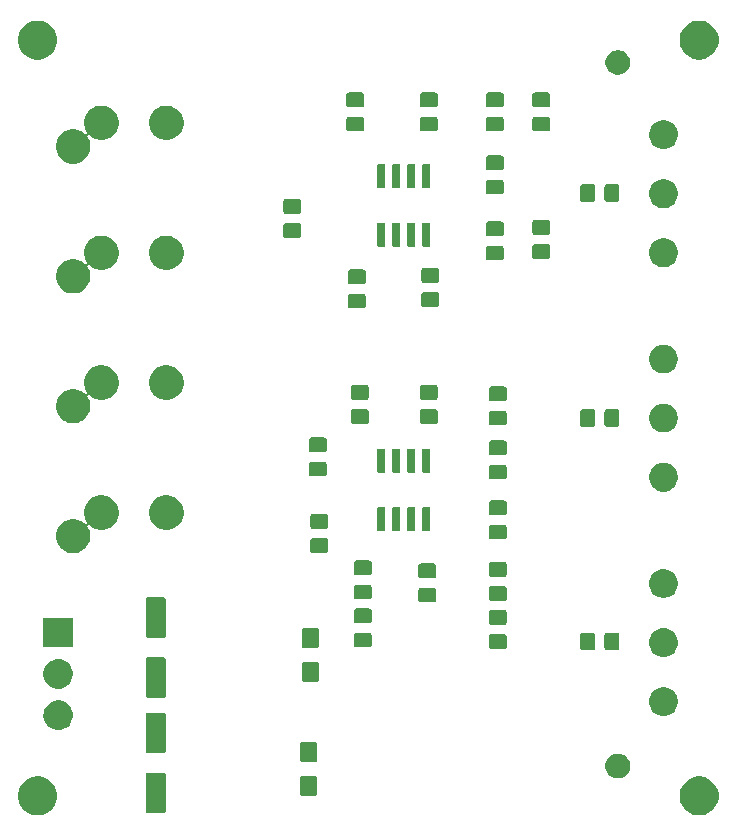
<source format=gbr>
G04 #@! TF.GenerationSoftware,KiCad,Pcbnew,5.1.5+dfsg1-2build2*
G04 #@! TF.CreationDate,2021-06-09T21:47:51-05:00*
G04 #@! TF.ProjectId,3inaudiomixer,33696e61-7564-4696-9f6d-697865722e6b,rev?*
G04 #@! TF.SameCoordinates,Original*
G04 #@! TF.FileFunction,Soldermask,Top*
G04 #@! TF.FilePolarity,Negative*
%FSLAX46Y46*%
G04 Gerber Fmt 4.6, Leading zero omitted, Abs format (unit mm)*
G04 Created by KiCad (PCBNEW 5.1.5+dfsg1-2build2) date 2021-06-09 21:47:51*
%MOMM*%
%LPD*%
G04 APERTURE LIST*
%ADD10C,0.100000*%
G04 APERTURE END LIST*
D10*
G36*
X173375256Y-109391298D02*
G01*
X173481579Y-109412447D01*
X173637397Y-109476989D01*
X173710635Y-109507325D01*
X173782042Y-109536903D01*
X174052451Y-109717585D01*
X174282415Y-109947549D01*
X174282416Y-109947551D01*
X174463098Y-110217960D01*
X174587553Y-110518422D01*
X174650485Y-110834798D01*
X174651000Y-110837391D01*
X174651000Y-111162609D01*
X174587553Y-111481579D01*
X174463097Y-111782042D01*
X174282415Y-112052451D01*
X174052451Y-112282415D01*
X173782042Y-112463097D01*
X173481579Y-112587553D01*
X173375256Y-112608702D01*
X173162611Y-112651000D01*
X172837389Y-112651000D01*
X172624744Y-112608702D01*
X172518421Y-112587553D01*
X172217958Y-112463097D01*
X171947549Y-112282415D01*
X171717585Y-112052451D01*
X171536903Y-111782042D01*
X171412447Y-111481579D01*
X171349000Y-111162609D01*
X171349000Y-110837391D01*
X171349516Y-110834798D01*
X171412447Y-110518422D01*
X171536902Y-110217960D01*
X171717584Y-109947551D01*
X171717585Y-109947549D01*
X171947549Y-109717585D01*
X172217958Y-109536903D01*
X172289366Y-109507325D01*
X172362603Y-109476989D01*
X172518421Y-109412447D01*
X172624744Y-109391298D01*
X172837389Y-109349000D01*
X173162611Y-109349000D01*
X173375256Y-109391298D01*
G37*
G36*
X117375256Y-109391298D02*
G01*
X117481579Y-109412447D01*
X117637397Y-109476989D01*
X117710635Y-109507325D01*
X117782042Y-109536903D01*
X118052451Y-109717585D01*
X118282415Y-109947549D01*
X118282416Y-109947551D01*
X118463098Y-110217960D01*
X118587553Y-110518422D01*
X118650485Y-110834798D01*
X118651000Y-110837391D01*
X118651000Y-111162609D01*
X118587553Y-111481579D01*
X118463097Y-111782042D01*
X118282415Y-112052451D01*
X118052451Y-112282415D01*
X117782042Y-112463097D01*
X117481579Y-112587553D01*
X117375256Y-112608702D01*
X117162611Y-112651000D01*
X116837389Y-112651000D01*
X116624744Y-112608702D01*
X116518421Y-112587553D01*
X116217958Y-112463097D01*
X115947549Y-112282415D01*
X115717585Y-112052451D01*
X115536903Y-111782042D01*
X115412447Y-111481579D01*
X115349000Y-111162609D01*
X115349000Y-110837391D01*
X115349516Y-110834798D01*
X115412447Y-110518422D01*
X115536902Y-110217960D01*
X115717584Y-109947551D01*
X115717585Y-109947549D01*
X115947549Y-109717585D01*
X116217958Y-109536903D01*
X116289366Y-109507325D01*
X116362603Y-109476989D01*
X116518421Y-109412447D01*
X116624744Y-109391298D01*
X116837389Y-109349000D01*
X117162611Y-109349000D01*
X117375256Y-109391298D01*
G37*
G36*
X127705997Y-109032051D02*
G01*
X127739652Y-109042261D01*
X127770665Y-109058838D01*
X127797851Y-109081149D01*
X127820162Y-109108335D01*
X127836739Y-109139348D01*
X127846949Y-109173003D01*
X127851000Y-109214138D01*
X127851000Y-112268862D01*
X127846949Y-112309997D01*
X127836739Y-112343652D01*
X127820162Y-112374665D01*
X127797851Y-112401851D01*
X127770665Y-112424162D01*
X127739652Y-112440739D01*
X127705997Y-112450949D01*
X127664862Y-112455000D01*
X126335138Y-112455000D01*
X126294003Y-112450949D01*
X126260348Y-112440739D01*
X126229335Y-112424162D01*
X126202149Y-112401851D01*
X126179838Y-112374665D01*
X126163261Y-112343652D01*
X126153051Y-112309997D01*
X126149000Y-112268862D01*
X126149000Y-109214138D01*
X126153051Y-109173003D01*
X126163261Y-109139348D01*
X126179838Y-109108335D01*
X126202149Y-109081149D01*
X126229335Y-109058838D01*
X126260348Y-109042261D01*
X126294003Y-109032051D01*
X126335138Y-109028000D01*
X127664862Y-109028000D01*
X127705997Y-109032051D01*
G37*
G36*
X140526798Y-109315247D02*
G01*
X140562367Y-109326037D01*
X140595139Y-109343554D01*
X140623869Y-109367131D01*
X140647446Y-109395861D01*
X140664963Y-109428633D01*
X140675753Y-109464202D01*
X140680000Y-109507325D01*
X140680000Y-110791675D01*
X140675753Y-110834798D01*
X140664963Y-110870367D01*
X140647446Y-110903139D01*
X140623869Y-110931869D01*
X140595139Y-110955446D01*
X140562367Y-110972963D01*
X140526798Y-110983753D01*
X140483675Y-110988000D01*
X139424325Y-110988000D01*
X139381202Y-110983753D01*
X139345633Y-110972963D01*
X139312861Y-110955446D01*
X139284131Y-110931869D01*
X139260554Y-110903139D01*
X139243037Y-110870367D01*
X139232247Y-110834798D01*
X139228000Y-110791675D01*
X139228000Y-109507325D01*
X139232247Y-109464202D01*
X139243037Y-109428633D01*
X139260554Y-109395861D01*
X139284131Y-109367131D01*
X139312861Y-109343554D01*
X139345633Y-109326037D01*
X139381202Y-109315247D01*
X139424325Y-109311000D01*
X140483675Y-109311000D01*
X140526798Y-109315247D01*
G37*
G36*
X166422416Y-107447879D02*
G01*
X166613592Y-107527067D01*
X166613594Y-107527068D01*
X166785648Y-107642031D01*
X166931969Y-107788352D01*
X167046526Y-107959798D01*
X167046933Y-107960408D01*
X167126121Y-108151584D01*
X167166490Y-108354534D01*
X167166490Y-108561466D01*
X167126121Y-108764416D01*
X167046933Y-108955592D01*
X167046932Y-108955594D01*
X166931969Y-109127648D01*
X166785648Y-109273969D01*
X166613594Y-109388932D01*
X166613593Y-109388933D01*
X166613592Y-109388933D01*
X166422416Y-109468121D01*
X166219466Y-109508490D01*
X166012534Y-109508490D01*
X165809584Y-109468121D01*
X165618408Y-109388933D01*
X165618407Y-109388933D01*
X165618406Y-109388932D01*
X165446352Y-109273969D01*
X165300031Y-109127648D01*
X165185068Y-108955594D01*
X165185067Y-108955592D01*
X165105879Y-108764416D01*
X165065510Y-108561466D01*
X165065510Y-108354534D01*
X165105879Y-108151584D01*
X165185067Y-107960408D01*
X165185475Y-107959798D01*
X165300031Y-107788352D01*
X165446352Y-107642031D01*
X165618406Y-107527068D01*
X165618408Y-107527067D01*
X165809584Y-107447879D01*
X166012534Y-107407510D01*
X166219466Y-107407510D01*
X166422416Y-107447879D01*
G37*
G36*
X140526798Y-106440247D02*
G01*
X140562367Y-106451037D01*
X140595139Y-106468554D01*
X140623869Y-106492131D01*
X140647446Y-106520861D01*
X140664963Y-106553633D01*
X140675753Y-106589202D01*
X140680000Y-106632325D01*
X140680000Y-107916675D01*
X140675753Y-107959798D01*
X140664963Y-107995367D01*
X140647446Y-108028139D01*
X140623869Y-108056869D01*
X140595139Y-108080446D01*
X140562367Y-108097963D01*
X140526798Y-108108753D01*
X140483675Y-108113000D01*
X139424325Y-108113000D01*
X139381202Y-108108753D01*
X139345633Y-108097963D01*
X139312861Y-108080446D01*
X139284131Y-108056869D01*
X139260554Y-108028139D01*
X139243037Y-107995367D01*
X139232247Y-107959798D01*
X139228000Y-107916675D01*
X139228000Y-106632325D01*
X139232247Y-106589202D01*
X139243037Y-106553633D01*
X139260554Y-106520861D01*
X139284131Y-106492131D01*
X139312861Y-106468554D01*
X139345633Y-106451037D01*
X139381202Y-106440247D01*
X139424325Y-106436000D01*
X140483675Y-106436000D01*
X140526798Y-106440247D01*
G37*
G36*
X127705997Y-103957051D02*
G01*
X127739652Y-103967261D01*
X127770665Y-103983838D01*
X127797851Y-104006149D01*
X127820162Y-104033335D01*
X127836739Y-104064348D01*
X127846949Y-104098003D01*
X127851000Y-104139138D01*
X127851000Y-107193862D01*
X127846949Y-107234997D01*
X127836739Y-107268652D01*
X127820162Y-107299665D01*
X127797851Y-107326851D01*
X127770665Y-107349162D01*
X127739652Y-107365739D01*
X127705997Y-107375949D01*
X127664862Y-107380000D01*
X126335138Y-107380000D01*
X126294003Y-107375949D01*
X126260348Y-107365739D01*
X126229335Y-107349162D01*
X126202149Y-107326851D01*
X126179838Y-107299665D01*
X126163261Y-107268652D01*
X126153051Y-107234997D01*
X126149000Y-107193862D01*
X126149000Y-104139138D01*
X126153051Y-104098003D01*
X126163261Y-104064348D01*
X126179838Y-104033335D01*
X126202149Y-104006149D01*
X126229335Y-103983838D01*
X126260348Y-103967261D01*
X126294003Y-103957051D01*
X126335138Y-103953000D01*
X127664862Y-103953000D01*
X127705997Y-103957051D01*
G37*
G36*
X119109903Y-102952075D02*
G01*
X119337571Y-103046378D01*
X119542466Y-103183285D01*
X119716715Y-103357534D01*
X119716716Y-103357536D01*
X119853623Y-103562431D01*
X119947925Y-103790097D01*
X119986463Y-103983838D01*
X119996000Y-104031787D01*
X119996000Y-104278213D01*
X119947925Y-104519903D01*
X119853622Y-104747571D01*
X119716715Y-104952466D01*
X119542466Y-105126715D01*
X119337571Y-105263622D01*
X119337570Y-105263623D01*
X119337569Y-105263623D01*
X119109903Y-105357925D01*
X118868214Y-105406000D01*
X118621786Y-105406000D01*
X118380097Y-105357925D01*
X118152431Y-105263623D01*
X118152430Y-105263623D01*
X118152429Y-105263622D01*
X117947534Y-105126715D01*
X117773285Y-104952466D01*
X117636378Y-104747571D01*
X117542075Y-104519903D01*
X117494000Y-104278213D01*
X117494000Y-104031787D01*
X117503538Y-103983838D01*
X117542075Y-103790097D01*
X117636377Y-103562431D01*
X117773284Y-103357536D01*
X117773285Y-103357534D01*
X117947534Y-103183285D01*
X118152429Y-103046378D01*
X118380097Y-102952075D01*
X118621786Y-102904000D01*
X118868214Y-102904000D01*
X119109903Y-102952075D01*
G37*
G36*
X170356153Y-101825922D02*
G01*
X170433414Y-101857925D01*
X170578359Y-101917963D01*
X170778342Y-102051587D01*
X170948413Y-102221658D01*
X171082037Y-102421641D01*
X171098731Y-102461945D01*
X171174078Y-102643847D01*
X171221000Y-102879741D01*
X171221000Y-103120259D01*
X171174078Y-103356152D01*
X171082037Y-103578359D01*
X170948413Y-103778342D01*
X170778342Y-103948413D01*
X170578359Y-104082037D01*
X170448194Y-104135953D01*
X170356153Y-104174078D01*
X170120259Y-104221000D01*
X169879741Y-104221000D01*
X169643847Y-104174078D01*
X169551806Y-104135953D01*
X169421641Y-104082037D01*
X169221658Y-103948413D01*
X169051587Y-103778342D01*
X168917963Y-103578359D01*
X168825922Y-103356152D01*
X168779000Y-103120259D01*
X168779000Y-102879741D01*
X168825922Y-102643847D01*
X168901269Y-102461945D01*
X168917963Y-102421641D01*
X169051587Y-102221658D01*
X169221658Y-102051587D01*
X169421641Y-101917963D01*
X169566586Y-101857925D01*
X169643847Y-101825922D01*
X169879741Y-101779000D01*
X170120259Y-101779000D01*
X170356153Y-101825922D01*
G37*
G36*
X127705997Y-99253051D02*
G01*
X127739652Y-99263261D01*
X127770665Y-99279838D01*
X127797851Y-99302149D01*
X127820162Y-99329335D01*
X127836739Y-99360348D01*
X127846949Y-99394003D01*
X127851000Y-99435138D01*
X127851000Y-102489862D01*
X127846949Y-102530997D01*
X127836739Y-102564652D01*
X127820162Y-102595665D01*
X127797851Y-102622851D01*
X127770665Y-102645162D01*
X127739652Y-102661739D01*
X127705997Y-102671949D01*
X127664862Y-102676000D01*
X126335138Y-102676000D01*
X126294003Y-102671949D01*
X126260348Y-102661739D01*
X126229335Y-102645162D01*
X126202149Y-102622851D01*
X126179838Y-102595665D01*
X126163261Y-102564652D01*
X126153051Y-102530997D01*
X126149000Y-102489862D01*
X126149000Y-99435138D01*
X126153051Y-99394003D01*
X126163261Y-99360348D01*
X126179838Y-99329335D01*
X126202149Y-99302149D01*
X126229335Y-99279838D01*
X126260348Y-99263261D01*
X126294003Y-99253051D01*
X126335138Y-99249000D01*
X127664862Y-99249000D01*
X127705997Y-99253051D01*
G37*
G36*
X119024755Y-99435138D02*
G01*
X119109903Y-99452075D01*
X119337571Y-99546378D01*
X119542466Y-99683285D01*
X119716715Y-99857534D01*
X119853622Y-100062429D01*
X119947925Y-100290097D01*
X119996000Y-100531787D01*
X119996000Y-100778213D01*
X119947925Y-101019903D01*
X119853622Y-101247571D01*
X119716715Y-101452466D01*
X119542466Y-101626715D01*
X119337571Y-101763622D01*
X119337570Y-101763623D01*
X119337569Y-101763623D01*
X119109903Y-101857925D01*
X118868214Y-101906000D01*
X118621786Y-101906000D01*
X118380097Y-101857925D01*
X118152431Y-101763623D01*
X118152430Y-101763623D01*
X118152429Y-101763622D01*
X117947534Y-101626715D01*
X117773285Y-101452466D01*
X117636378Y-101247571D01*
X117542075Y-101019903D01*
X117494000Y-100778213D01*
X117494000Y-100531787D01*
X117542075Y-100290097D01*
X117636378Y-100062429D01*
X117773285Y-99857534D01*
X117947534Y-99683285D01*
X118152429Y-99546378D01*
X118380097Y-99452075D01*
X118465245Y-99435138D01*
X118621786Y-99404000D01*
X118868214Y-99404000D01*
X119024755Y-99435138D01*
G37*
G36*
X140653798Y-99663247D02*
G01*
X140689367Y-99674037D01*
X140722139Y-99691554D01*
X140750869Y-99715131D01*
X140774446Y-99743861D01*
X140791963Y-99776633D01*
X140802753Y-99812202D01*
X140807000Y-99855325D01*
X140807000Y-101139675D01*
X140802753Y-101182798D01*
X140791963Y-101218367D01*
X140774446Y-101251139D01*
X140750869Y-101279869D01*
X140722139Y-101303446D01*
X140689367Y-101320963D01*
X140653798Y-101331753D01*
X140610675Y-101336000D01*
X139551325Y-101336000D01*
X139508202Y-101331753D01*
X139472633Y-101320963D01*
X139439861Y-101303446D01*
X139411131Y-101279869D01*
X139387554Y-101251139D01*
X139370037Y-101218367D01*
X139359247Y-101182798D01*
X139355000Y-101139675D01*
X139355000Y-99855325D01*
X139359247Y-99812202D01*
X139370037Y-99776633D01*
X139387554Y-99743861D01*
X139411131Y-99715131D01*
X139439861Y-99691554D01*
X139472633Y-99674037D01*
X139508202Y-99663247D01*
X139551325Y-99659000D01*
X140610675Y-99659000D01*
X140653798Y-99663247D01*
G37*
G36*
X170220992Y-96799037D02*
G01*
X170356153Y-96825922D01*
X170390456Y-96840131D01*
X170578359Y-96917963D01*
X170778342Y-97051587D01*
X170948413Y-97221658D01*
X171082037Y-97421641D01*
X171174078Y-97643848D01*
X171221000Y-97879741D01*
X171221000Y-98120259D01*
X171203960Y-98205925D01*
X171174078Y-98356153D01*
X171152146Y-98409101D01*
X171082037Y-98578359D01*
X170948413Y-98778342D01*
X170778342Y-98948413D01*
X170578359Y-99082037D01*
X170448194Y-99135953D01*
X170356153Y-99174078D01*
X170120259Y-99221000D01*
X169879741Y-99221000D01*
X169643847Y-99174078D01*
X169551806Y-99135953D01*
X169421641Y-99082037D01*
X169221658Y-98948413D01*
X169051587Y-98778342D01*
X168917963Y-98578359D01*
X168847854Y-98409101D01*
X168825922Y-98356153D01*
X168796040Y-98205925D01*
X168779000Y-98120259D01*
X168779000Y-97879741D01*
X168825922Y-97643848D01*
X168917963Y-97421641D01*
X169051587Y-97221658D01*
X169221658Y-97051587D01*
X169421641Y-96917963D01*
X169609544Y-96840131D01*
X169643847Y-96825922D01*
X169779008Y-96799037D01*
X169879741Y-96779000D01*
X170120259Y-96779000D01*
X170220992Y-96799037D01*
G37*
G36*
X166080674Y-97170465D02*
G01*
X166118367Y-97181899D01*
X166153103Y-97200466D01*
X166183548Y-97225452D01*
X166208534Y-97255897D01*
X166227101Y-97290633D01*
X166238535Y-97328326D01*
X166243000Y-97373661D01*
X166243000Y-98460339D01*
X166238535Y-98505674D01*
X166227101Y-98543367D01*
X166208534Y-98578103D01*
X166183548Y-98608548D01*
X166153103Y-98633534D01*
X166118367Y-98652101D01*
X166080674Y-98663535D01*
X166035339Y-98668000D01*
X165198661Y-98668000D01*
X165153326Y-98663535D01*
X165115633Y-98652101D01*
X165080897Y-98633534D01*
X165050452Y-98608548D01*
X165025466Y-98578103D01*
X165006899Y-98543367D01*
X164995465Y-98505674D01*
X164991000Y-98460339D01*
X164991000Y-97373661D01*
X164995465Y-97328326D01*
X165006899Y-97290633D01*
X165025466Y-97255897D01*
X165050452Y-97225452D01*
X165080897Y-97200466D01*
X165115633Y-97181899D01*
X165153326Y-97170465D01*
X165198661Y-97166000D01*
X166035339Y-97166000D01*
X166080674Y-97170465D01*
G37*
G36*
X164030674Y-97170465D02*
G01*
X164068367Y-97181899D01*
X164103103Y-97200466D01*
X164133548Y-97225452D01*
X164158534Y-97255897D01*
X164177101Y-97290633D01*
X164188535Y-97328326D01*
X164193000Y-97373661D01*
X164193000Y-98460339D01*
X164188535Y-98505674D01*
X164177101Y-98543367D01*
X164158534Y-98578103D01*
X164133548Y-98608548D01*
X164103103Y-98633534D01*
X164068367Y-98652101D01*
X164030674Y-98663535D01*
X163985339Y-98668000D01*
X163148661Y-98668000D01*
X163103326Y-98663535D01*
X163065633Y-98652101D01*
X163030897Y-98633534D01*
X163000452Y-98608548D01*
X162975466Y-98578103D01*
X162956899Y-98543367D01*
X162945465Y-98505674D01*
X162941000Y-98460339D01*
X162941000Y-97373661D01*
X162945465Y-97328326D01*
X162956899Y-97290633D01*
X162975466Y-97255897D01*
X163000452Y-97225452D01*
X163030897Y-97200466D01*
X163065633Y-97181899D01*
X163103326Y-97170465D01*
X163148661Y-97166000D01*
X163985339Y-97166000D01*
X164030674Y-97170465D01*
G37*
G36*
X156544674Y-97304465D02*
G01*
X156582367Y-97315899D01*
X156617103Y-97334466D01*
X156647548Y-97359452D01*
X156672534Y-97389897D01*
X156691101Y-97424633D01*
X156702535Y-97462326D01*
X156707000Y-97507661D01*
X156707000Y-98344339D01*
X156702535Y-98389674D01*
X156691101Y-98427367D01*
X156672534Y-98462103D01*
X156647548Y-98492548D01*
X156617103Y-98517534D01*
X156582367Y-98536101D01*
X156544674Y-98547535D01*
X156499339Y-98552000D01*
X155412661Y-98552000D01*
X155367326Y-98547535D01*
X155329633Y-98536101D01*
X155294897Y-98517534D01*
X155264452Y-98492548D01*
X155239466Y-98462103D01*
X155220899Y-98427367D01*
X155209465Y-98389674D01*
X155205000Y-98344339D01*
X155205000Y-97507661D01*
X155209465Y-97462326D01*
X155220899Y-97424633D01*
X155239466Y-97389897D01*
X155264452Y-97359452D01*
X155294897Y-97334466D01*
X155329633Y-97315899D01*
X155367326Y-97304465D01*
X155412661Y-97300000D01*
X156499339Y-97300000D01*
X156544674Y-97304465D01*
G37*
G36*
X140653798Y-96788247D02*
G01*
X140689367Y-96799037D01*
X140722139Y-96816554D01*
X140750869Y-96840131D01*
X140774446Y-96868861D01*
X140791963Y-96901633D01*
X140802753Y-96937202D01*
X140807000Y-96980325D01*
X140807000Y-98264675D01*
X140802753Y-98307798D01*
X140791963Y-98343367D01*
X140774446Y-98376139D01*
X140750869Y-98404869D01*
X140722139Y-98428446D01*
X140689367Y-98445963D01*
X140653798Y-98456753D01*
X140610675Y-98461000D01*
X139551325Y-98461000D01*
X139508202Y-98456753D01*
X139472633Y-98445963D01*
X139439861Y-98428446D01*
X139411131Y-98404869D01*
X139387554Y-98376139D01*
X139370037Y-98343367D01*
X139359247Y-98307798D01*
X139355000Y-98264675D01*
X139355000Y-96980325D01*
X139359247Y-96937202D01*
X139370037Y-96901633D01*
X139387554Y-96868861D01*
X139411131Y-96840131D01*
X139439861Y-96816554D01*
X139472633Y-96799037D01*
X139508202Y-96788247D01*
X139551325Y-96784000D01*
X140610675Y-96784000D01*
X140653798Y-96788247D01*
G37*
G36*
X145114674Y-97177465D02*
G01*
X145152367Y-97188899D01*
X145187103Y-97207466D01*
X145217548Y-97232452D01*
X145242534Y-97262897D01*
X145261101Y-97297633D01*
X145272535Y-97335326D01*
X145277000Y-97380661D01*
X145277000Y-98217339D01*
X145272535Y-98262674D01*
X145261101Y-98300367D01*
X145242534Y-98335103D01*
X145217548Y-98365548D01*
X145187103Y-98390534D01*
X145152367Y-98409101D01*
X145114674Y-98420535D01*
X145069339Y-98425000D01*
X143982661Y-98425000D01*
X143937326Y-98420535D01*
X143899633Y-98409101D01*
X143864897Y-98390534D01*
X143834452Y-98365548D01*
X143809466Y-98335103D01*
X143790899Y-98300367D01*
X143779465Y-98262674D01*
X143775000Y-98217339D01*
X143775000Y-97380661D01*
X143779465Y-97335326D01*
X143790899Y-97297633D01*
X143809466Y-97262897D01*
X143834452Y-97232452D01*
X143864897Y-97207466D01*
X143899633Y-97188899D01*
X143937326Y-97177465D01*
X143982661Y-97173000D01*
X145069339Y-97173000D01*
X145114674Y-97177465D01*
G37*
G36*
X119996000Y-98406000D02*
G01*
X117494000Y-98406000D01*
X117494000Y-95904000D01*
X119996000Y-95904000D01*
X119996000Y-98406000D01*
G37*
G36*
X127705997Y-94178051D02*
G01*
X127739652Y-94188261D01*
X127770665Y-94204838D01*
X127797851Y-94227149D01*
X127820162Y-94254335D01*
X127836739Y-94285348D01*
X127846949Y-94319003D01*
X127851000Y-94360138D01*
X127851000Y-97414862D01*
X127846949Y-97455997D01*
X127836739Y-97489652D01*
X127820162Y-97520665D01*
X127797851Y-97547851D01*
X127770665Y-97570162D01*
X127739652Y-97586739D01*
X127705997Y-97596949D01*
X127664862Y-97601000D01*
X126335138Y-97601000D01*
X126294003Y-97596949D01*
X126260348Y-97586739D01*
X126229335Y-97570162D01*
X126202149Y-97547851D01*
X126179838Y-97520665D01*
X126163261Y-97489652D01*
X126153051Y-97455997D01*
X126149000Y-97414862D01*
X126149000Y-94360138D01*
X126153051Y-94319003D01*
X126163261Y-94285348D01*
X126179838Y-94254335D01*
X126202149Y-94227149D01*
X126229335Y-94204838D01*
X126260348Y-94188261D01*
X126294003Y-94178051D01*
X126335138Y-94174000D01*
X127664862Y-94174000D01*
X127705997Y-94178051D01*
G37*
G36*
X156544674Y-95254465D02*
G01*
X156582367Y-95265899D01*
X156617103Y-95284466D01*
X156647548Y-95309452D01*
X156672534Y-95339897D01*
X156691101Y-95374633D01*
X156702535Y-95412326D01*
X156707000Y-95457661D01*
X156707000Y-96294339D01*
X156702535Y-96339674D01*
X156691101Y-96377367D01*
X156672534Y-96412103D01*
X156647548Y-96442548D01*
X156617103Y-96467534D01*
X156582367Y-96486101D01*
X156544674Y-96497535D01*
X156499339Y-96502000D01*
X155412661Y-96502000D01*
X155367326Y-96497535D01*
X155329633Y-96486101D01*
X155294897Y-96467534D01*
X155264452Y-96442548D01*
X155239466Y-96412103D01*
X155220899Y-96377367D01*
X155209465Y-96339674D01*
X155205000Y-96294339D01*
X155205000Y-95457661D01*
X155209465Y-95412326D01*
X155220899Y-95374633D01*
X155239466Y-95339897D01*
X155264452Y-95309452D01*
X155294897Y-95284466D01*
X155329633Y-95265899D01*
X155367326Y-95254465D01*
X155412661Y-95250000D01*
X156499339Y-95250000D01*
X156544674Y-95254465D01*
G37*
G36*
X145114674Y-95127465D02*
G01*
X145152367Y-95138899D01*
X145187103Y-95157466D01*
X145217548Y-95182452D01*
X145242534Y-95212897D01*
X145261101Y-95247633D01*
X145272535Y-95285326D01*
X145277000Y-95330661D01*
X145277000Y-96167339D01*
X145272535Y-96212674D01*
X145261101Y-96250367D01*
X145242534Y-96285103D01*
X145217548Y-96315548D01*
X145187103Y-96340534D01*
X145152367Y-96359101D01*
X145114674Y-96370535D01*
X145069339Y-96375000D01*
X143982661Y-96375000D01*
X143937326Y-96370535D01*
X143899633Y-96359101D01*
X143864897Y-96340534D01*
X143834452Y-96315548D01*
X143809466Y-96285103D01*
X143790899Y-96250367D01*
X143779465Y-96212674D01*
X143775000Y-96167339D01*
X143775000Y-95330661D01*
X143779465Y-95285326D01*
X143790899Y-95247633D01*
X143809466Y-95212897D01*
X143834452Y-95182452D01*
X143864897Y-95157466D01*
X143899633Y-95138899D01*
X143937326Y-95127465D01*
X143982661Y-95123000D01*
X145069339Y-95123000D01*
X145114674Y-95127465D01*
G37*
G36*
X150575674Y-93367465D02*
G01*
X150613367Y-93378899D01*
X150648103Y-93397466D01*
X150678548Y-93422452D01*
X150703534Y-93452897D01*
X150722101Y-93487633D01*
X150733535Y-93525326D01*
X150738000Y-93570661D01*
X150738000Y-94407339D01*
X150733535Y-94452674D01*
X150722101Y-94490367D01*
X150703534Y-94525103D01*
X150678548Y-94555548D01*
X150648103Y-94580534D01*
X150613367Y-94599101D01*
X150575674Y-94610535D01*
X150530339Y-94615000D01*
X149443661Y-94615000D01*
X149398326Y-94610535D01*
X149360633Y-94599101D01*
X149325897Y-94580534D01*
X149295452Y-94555548D01*
X149270466Y-94525103D01*
X149251899Y-94490367D01*
X149240465Y-94452674D01*
X149236000Y-94407339D01*
X149236000Y-93570661D01*
X149240465Y-93525326D01*
X149251899Y-93487633D01*
X149270466Y-93452897D01*
X149295452Y-93422452D01*
X149325897Y-93397466D01*
X149360633Y-93378899D01*
X149398326Y-93367465D01*
X149443661Y-93363000D01*
X150530339Y-93363000D01*
X150575674Y-93367465D01*
G37*
G36*
X156544674Y-93240465D02*
G01*
X156582367Y-93251899D01*
X156617103Y-93270466D01*
X156647548Y-93295452D01*
X156672534Y-93325897D01*
X156691101Y-93360633D01*
X156702535Y-93398326D01*
X156707000Y-93443661D01*
X156707000Y-94280339D01*
X156702535Y-94325674D01*
X156691101Y-94363367D01*
X156672534Y-94398103D01*
X156647548Y-94428548D01*
X156617103Y-94453534D01*
X156582367Y-94472101D01*
X156544674Y-94483535D01*
X156499339Y-94488000D01*
X155412661Y-94488000D01*
X155367326Y-94483535D01*
X155329633Y-94472101D01*
X155294897Y-94453534D01*
X155264452Y-94428548D01*
X155239466Y-94398103D01*
X155220899Y-94363367D01*
X155209465Y-94325674D01*
X155205000Y-94280339D01*
X155205000Y-93443661D01*
X155209465Y-93398326D01*
X155220899Y-93360633D01*
X155239466Y-93325897D01*
X155264452Y-93295452D01*
X155294897Y-93270466D01*
X155329633Y-93251899D01*
X155367326Y-93240465D01*
X155412661Y-93236000D01*
X156499339Y-93236000D01*
X156544674Y-93240465D01*
G37*
G36*
X145114674Y-93113465D02*
G01*
X145152367Y-93124899D01*
X145187103Y-93143466D01*
X145217548Y-93168452D01*
X145242534Y-93198897D01*
X145261101Y-93233633D01*
X145272535Y-93271326D01*
X145277000Y-93316661D01*
X145277000Y-94153339D01*
X145272535Y-94198674D01*
X145261101Y-94236367D01*
X145242534Y-94271103D01*
X145217548Y-94301548D01*
X145187103Y-94326534D01*
X145152367Y-94345101D01*
X145114674Y-94356535D01*
X145069339Y-94361000D01*
X143982661Y-94361000D01*
X143937326Y-94356535D01*
X143899633Y-94345101D01*
X143864897Y-94326534D01*
X143834452Y-94301548D01*
X143809466Y-94271103D01*
X143790899Y-94236367D01*
X143779465Y-94198674D01*
X143775000Y-94153339D01*
X143775000Y-93316661D01*
X143779465Y-93271326D01*
X143790899Y-93233633D01*
X143809466Y-93198897D01*
X143834452Y-93168452D01*
X143864897Y-93143466D01*
X143899633Y-93124899D01*
X143937326Y-93113465D01*
X143982661Y-93109000D01*
X145069339Y-93109000D01*
X145114674Y-93113465D01*
G37*
G36*
X170356153Y-91825922D02*
G01*
X170448194Y-91864047D01*
X170578359Y-91917963D01*
X170778342Y-92051587D01*
X170948413Y-92221658D01*
X171082037Y-92421641D01*
X171127142Y-92530534D01*
X171174078Y-92643847D01*
X171221000Y-92879742D01*
X171221000Y-93120258D01*
X171174078Y-93356153D01*
X171169392Y-93367465D01*
X171082037Y-93578359D01*
X170948413Y-93778342D01*
X170778342Y-93948413D01*
X170578359Y-94082037D01*
X170448194Y-94135953D01*
X170356153Y-94174078D01*
X170261110Y-94192983D01*
X170120259Y-94221000D01*
X169879741Y-94221000D01*
X169738890Y-94192983D01*
X169643847Y-94174078D01*
X169551806Y-94135953D01*
X169421641Y-94082037D01*
X169221658Y-93948413D01*
X169051587Y-93778342D01*
X168917963Y-93578359D01*
X168830608Y-93367465D01*
X168825922Y-93356153D01*
X168779000Y-93120258D01*
X168779000Y-92879742D01*
X168825922Y-92643847D01*
X168872858Y-92530534D01*
X168917963Y-92421641D01*
X169051587Y-92221658D01*
X169221658Y-92051587D01*
X169421641Y-91917963D01*
X169551806Y-91864047D01*
X169643847Y-91825922D01*
X169761795Y-91802461D01*
X169879741Y-91779000D01*
X170120259Y-91779000D01*
X170356153Y-91825922D01*
G37*
G36*
X150575674Y-91317465D02*
G01*
X150613367Y-91328899D01*
X150648103Y-91347466D01*
X150678548Y-91372452D01*
X150703534Y-91402897D01*
X150722101Y-91437633D01*
X150733535Y-91475326D01*
X150738000Y-91520661D01*
X150738000Y-92357339D01*
X150733535Y-92402674D01*
X150722101Y-92440367D01*
X150703534Y-92475103D01*
X150678548Y-92505548D01*
X150648103Y-92530534D01*
X150613367Y-92549101D01*
X150575674Y-92560535D01*
X150530339Y-92565000D01*
X149443661Y-92565000D01*
X149398326Y-92560535D01*
X149360633Y-92549101D01*
X149325897Y-92530534D01*
X149295452Y-92505548D01*
X149270466Y-92475103D01*
X149251899Y-92440367D01*
X149240465Y-92402674D01*
X149236000Y-92357339D01*
X149236000Y-91520661D01*
X149240465Y-91475326D01*
X149251899Y-91437633D01*
X149270466Y-91402897D01*
X149295452Y-91372452D01*
X149325897Y-91347466D01*
X149360633Y-91328899D01*
X149398326Y-91317465D01*
X149443661Y-91313000D01*
X150530339Y-91313000D01*
X150575674Y-91317465D01*
G37*
G36*
X156544674Y-91190465D02*
G01*
X156582367Y-91201899D01*
X156617103Y-91220466D01*
X156647548Y-91245452D01*
X156672534Y-91275897D01*
X156691101Y-91310633D01*
X156702535Y-91348326D01*
X156707000Y-91393661D01*
X156707000Y-92230339D01*
X156702535Y-92275674D01*
X156691101Y-92313367D01*
X156672534Y-92348103D01*
X156647548Y-92378548D01*
X156617103Y-92403534D01*
X156582367Y-92422101D01*
X156544674Y-92433535D01*
X156499339Y-92438000D01*
X155412661Y-92438000D01*
X155367326Y-92433535D01*
X155329633Y-92422101D01*
X155294897Y-92403534D01*
X155264452Y-92378548D01*
X155239466Y-92348103D01*
X155220899Y-92313367D01*
X155209465Y-92275674D01*
X155205000Y-92230339D01*
X155205000Y-91393661D01*
X155209465Y-91348326D01*
X155220899Y-91310633D01*
X155239466Y-91275897D01*
X155264452Y-91245452D01*
X155294897Y-91220466D01*
X155329633Y-91201899D01*
X155367326Y-91190465D01*
X155412661Y-91186000D01*
X156499339Y-91186000D01*
X156544674Y-91190465D01*
G37*
G36*
X145114674Y-91063465D02*
G01*
X145152367Y-91074899D01*
X145187103Y-91093466D01*
X145217548Y-91118452D01*
X145242534Y-91148897D01*
X145261101Y-91183633D01*
X145272535Y-91221326D01*
X145277000Y-91266661D01*
X145277000Y-92103339D01*
X145272535Y-92148674D01*
X145261101Y-92186367D01*
X145242534Y-92221103D01*
X145217548Y-92251548D01*
X145187103Y-92276534D01*
X145152367Y-92295101D01*
X145114674Y-92306535D01*
X145069339Y-92311000D01*
X143982661Y-92311000D01*
X143937326Y-92306535D01*
X143899633Y-92295101D01*
X143864897Y-92276534D01*
X143834452Y-92251548D01*
X143809466Y-92221103D01*
X143790899Y-92186367D01*
X143779465Y-92148674D01*
X143775000Y-92103339D01*
X143775000Y-91266661D01*
X143779465Y-91221326D01*
X143790899Y-91183633D01*
X143809466Y-91148897D01*
X143834452Y-91118452D01*
X143864897Y-91093466D01*
X143899633Y-91074899D01*
X143937326Y-91063465D01*
X143982661Y-91059000D01*
X145069339Y-91059000D01*
X145114674Y-91063465D01*
G37*
G36*
X122823241Y-85604760D02*
G01*
X123087305Y-85714139D01*
X123324958Y-85872934D01*
X123527066Y-86075042D01*
X123685861Y-86312695D01*
X123795240Y-86576759D01*
X123851000Y-86857088D01*
X123851000Y-87142912D01*
X123795240Y-87423241D01*
X123685861Y-87687305D01*
X123527066Y-87924958D01*
X123324958Y-88127066D01*
X123087305Y-88285861D01*
X122823241Y-88395240D01*
X122542912Y-88451000D01*
X122257088Y-88451000D01*
X121976759Y-88395240D01*
X121712695Y-88285861D01*
X121475042Y-88127066D01*
X121428535Y-88080559D01*
X121409593Y-88065014D01*
X121387982Y-88053463D01*
X121364533Y-88046350D01*
X121340147Y-88043948D01*
X121315761Y-88046350D01*
X121292312Y-88053463D01*
X121270701Y-88065014D01*
X121251759Y-88080559D01*
X121236214Y-88099501D01*
X121224663Y-88121112D01*
X121217550Y-88144561D01*
X121215148Y-88168947D01*
X121217550Y-88193333D01*
X121224663Y-88216782D01*
X121236214Y-88238393D01*
X121285861Y-88312695D01*
X121395240Y-88576759D01*
X121451000Y-88857088D01*
X121451000Y-89142912D01*
X121395240Y-89423241D01*
X121285861Y-89687305D01*
X121127066Y-89924958D01*
X120924958Y-90127066D01*
X120687305Y-90285861D01*
X120423241Y-90395240D01*
X120142912Y-90451000D01*
X119857088Y-90451000D01*
X119576759Y-90395240D01*
X119312695Y-90285861D01*
X119075042Y-90127066D01*
X118872934Y-89924958D01*
X118714139Y-89687305D01*
X118604760Y-89423241D01*
X118549000Y-89142912D01*
X118549000Y-88857088D01*
X118604760Y-88576759D01*
X118714139Y-88312695D01*
X118872934Y-88075042D01*
X119075042Y-87872934D01*
X119312695Y-87714139D01*
X119576759Y-87604760D01*
X119857088Y-87549000D01*
X120142912Y-87549000D01*
X120423241Y-87604760D01*
X120687305Y-87714139D01*
X120924958Y-87872934D01*
X120971465Y-87919441D01*
X120990407Y-87934986D01*
X121012018Y-87946537D01*
X121035467Y-87953650D01*
X121059853Y-87956052D01*
X121084239Y-87953650D01*
X121107688Y-87946537D01*
X121129299Y-87934986D01*
X121148241Y-87919441D01*
X121163786Y-87900499D01*
X121175337Y-87878888D01*
X121182450Y-87855439D01*
X121184852Y-87831053D01*
X121182450Y-87806667D01*
X121175337Y-87783218D01*
X121163786Y-87761607D01*
X121114139Y-87687305D01*
X121004760Y-87423241D01*
X120949000Y-87142912D01*
X120949000Y-86857088D01*
X121004760Y-86576759D01*
X121114139Y-86312695D01*
X121272934Y-86075042D01*
X121475042Y-85872934D01*
X121712695Y-85714139D01*
X121976759Y-85604760D01*
X122257088Y-85549000D01*
X122542912Y-85549000D01*
X122823241Y-85604760D01*
G37*
G36*
X141431674Y-89176465D02*
G01*
X141469367Y-89187899D01*
X141504103Y-89206466D01*
X141534548Y-89231452D01*
X141559534Y-89261897D01*
X141578101Y-89296633D01*
X141589535Y-89334326D01*
X141594000Y-89379661D01*
X141594000Y-90216339D01*
X141589535Y-90261674D01*
X141578101Y-90299367D01*
X141559534Y-90334103D01*
X141534548Y-90364548D01*
X141504103Y-90389534D01*
X141469367Y-90408101D01*
X141431674Y-90419535D01*
X141386339Y-90424000D01*
X140299661Y-90424000D01*
X140254326Y-90419535D01*
X140216633Y-90408101D01*
X140181897Y-90389534D01*
X140151452Y-90364548D01*
X140126466Y-90334103D01*
X140107899Y-90299367D01*
X140096465Y-90261674D01*
X140092000Y-90216339D01*
X140092000Y-89379661D01*
X140096465Y-89334326D01*
X140107899Y-89296633D01*
X140126466Y-89261897D01*
X140151452Y-89231452D01*
X140181897Y-89206466D01*
X140216633Y-89187899D01*
X140254326Y-89176465D01*
X140299661Y-89172000D01*
X141386339Y-89172000D01*
X141431674Y-89176465D01*
G37*
G36*
X156544674Y-88033465D02*
G01*
X156582367Y-88044899D01*
X156617103Y-88063466D01*
X156647548Y-88088452D01*
X156672534Y-88118897D01*
X156691101Y-88153633D01*
X156702535Y-88191326D01*
X156707000Y-88236661D01*
X156707000Y-89073339D01*
X156702535Y-89118674D01*
X156691101Y-89156367D01*
X156672534Y-89191103D01*
X156647548Y-89221548D01*
X156617103Y-89246534D01*
X156582367Y-89265101D01*
X156544674Y-89276535D01*
X156499339Y-89281000D01*
X155412661Y-89281000D01*
X155367326Y-89276535D01*
X155329633Y-89265101D01*
X155294897Y-89246534D01*
X155264452Y-89221548D01*
X155239466Y-89191103D01*
X155220899Y-89156367D01*
X155209465Y-89118674D01*
X155205000Y-89073339D01*
X155205000Y-88236661D01*
X155209465Y-88191326D01*
X155220899Y-88153633D01*
X155239466Y-88118897D01*
X155264452Y-88088452D01*
X155294897Y-88063466D01*
X155329633Y-88044899D01*
X155367326Y-88033465D01*
X155412661Y-88029000D01*
X156499339Y-88029000D01*
X156544674Y-88033465D01*
G37*
G36*
X146354928Y-86541764D02*
G01*
X146376009Y-86548160D01*
X146395445Y-86558548D01*
X146412476Y-86572524D01*
X146426452Y-86589555D01*
X146436840Y-86608991D01*
X146443236Y-86630072D01*
X146446000Y-86658140D01*
X146446000Y-88471860D01*
X146443236Y-88499928D01*
X146436840Y-88521009D01*
X146426452Y-88540445D01*
X146412476Y-88557476D01*
X146395445Y-88571452D01*
X146376009Y-88581840D01*
X146354928Y-88588236D01*
X146326860Y-88591000D01*
X145863140Y-88591000D01*
X145835072Y-88588236D01*
X145813991Y-88581840D01*
X145794555Y-88571452D01*
X145777524Y-88557476D01*
X145763548Y-88540445D01*
X145753160Y-88521009D01*
X145746764Y-88499928D01*
X145744000Y-88471860D01*
X145744000Y-86658140D01*
X145746764Y-86630072D01*
X145753160Y-86608991D01*
X145763548Y-86589555D01*
X145777524Y-86572524D01*
X145794555Y-86558548D01*
X145813991Y-86548160D01*
X145835072Y-86541764D01*
X145863140Y-86539000D01*
X146326860Y-86539000D01*
X146354928Y-86541764D01*
G37*
G36*
X150164928Y-86541764D02*
G01*
X150186009Y-86548160D01*
X150205445Y-86558548D01*
X150222476Y-86572524D01*
X150236452Y-86589555D01*
X150246840Y-86608991D01*
X150253236Y-86630072D01*
X150256000Y-86658140D01*
X150256000Y-88471860D01*
X150253236Y-88499928D01*
X150246840Y-88521009D01*
X150236452Y-88540445D01*
X150222476Y-88557476D01*
X150205445Y-88571452D01*
X150186009Y-88581840D01*
X150164928Y-88588236D01*
X150136860Y-88591000D01*
X149673140Y-88591000D01*
X149645072Y-88588236D01*
X149623991Y-88581840D01*
X149604555Y-88571452D01*
X149587524Y-88557476D01*
X149573548Y-88540445D01*
X149563160Y-88521009D01*
X149556764Y-88499928D01*
X149554000Y-88471860D01*
X149554000Y-86658140D01*
X149556764Y-86630072D01*
X149563160Y-86608991D01*
X149573548Y-86589555D01*
X149587524Y-86572524D01*
X149604555Y-86558548D01*
X149623991Y-86548160D01*
X149645072Y-86541764D01*
X149673140Y-86539000D01*
X150136860Y-86539000D01*
X150164928Y-86541764D01*
G37*
G36*
X148894928Y-86541764D02*
G01*
X148916009Y-86548160D01*
X148935445Y-86558548D01*
X148952476Y-86572524D01*
X148966452Y-86589555D01*
X148976840Y-86608991D01*
X148983236Y-86630072D01*
X148986000Y-86658140D01*
X148986000Y-88471860D01*
X148983236Y-88499928D01*
X148976840Y-88521009D01*
X148966452Y-88540445D01*
X148952476Y-88557476D01*
X148935445Y-88571452D01*
X148916009Y-88581840D01*
X148894928Y-88588236D01*
X148866860Y-88591000D01*
X148403140Y-88591000D01*
X148375072Y-88588236D01*
X148353991Y-88581840D01*
X148334555Y-88571452D01*
X148317524Y-88557476D01*
X148303548Y-88540445D01*
X148293160Y-88521009D01*
X148286764Y-88499928D01*
X148284000Y-88471860D01*
X148284000Y-86658140D01*
X148286764Y-86630072D01*
X148293160Y-86608991D01*
X148303548Y-86589555D01*
X148317524Y-86572524D01*
X148334555Y-86558548D01*
X148353991Y-86548160D01*
X148375072Y-86541764D01*
X148403140Y-86539000D01*
X148866860Y-86539000D01*
X148894928Y-86541764D01*
G37*
G36*
X147624928Y-86541764D02*
G01*
X147646009Y-86548160D01*
X147665445Y-86558548D01*
X147682476Y-86572524D01*
X147696452Y-86589555D01*
X147706840Y-86608991D01*
X147713236Y-86630072D01*
X147716000Y-86658140D01*
X147716000Y-88471860D01*
X147713236Y-88499928D01*
X147706840Y-88521009D01*
X147696452Y-88540445D01*
X147682476Y-88557476D01*
X147665445Y-88571452D01*
X147646009Y-88581840D01*
X147624928Y-88588236D01*
X147596860Y-88591000D01*
X147133140Y-88591000D01*
X147105072Y-88588236D01*
X147083991Y-88581840D01*
X147064555Y-88571452D01*
X147047524Y-88557476D01*
X147033548Y-88540445D01*
X147023160Y-88521009D01*
X147016764Y-88499928D01*
X147014000Y-88471860D01*
X147014000Y-86658140D01*
X147016764Y-86630072D01*
X147023160Y-86608991D01*
X147033548Y-86589555D01*
X147047524Y-86572524D01*
X147064555Y-86558548D01*
X147083991Y-86548160D01*
X147105072Y-86541764D01*
X147133140Y-86539000D01*
X147596860Y-86539000D01*
X147624928Y-86541764D01*
G37*
G36*
X128323241Y-85604760D02*
G01*
X128587305Y-85714139D01*
X128824958Y-85872934D01*
X129027066Y-86075042D01*
X129185861Y-86312695D01*
X129295240Y-86576759D01*
X129351000Y-86857088D01*
X129351000Y-87142912D01*
X129295240Y-87423241D01*
X129185861Y-87687305D01*
X129027066Y-87924958D01*
X128824958Y-88127066D01*
X128587305Y-88285861D01*
X128323241Y-88395240D01*
X128042912Y-88451000D01*
X127757088Y-88451000D01*
X127476759Y-88395240D01*
X127212695Y-88285861D01*
X126975042Y-88127066D01*
X126772934Y-87924958D01*
X126614139Y-87687305D01*
X126504760Y-87423241D01*
X126449000Y-87142912D01*
X126449000Y-86857088D01*
X126504760Y-86576759D01*
X126614139Y-86312695D01*
X126772934Y-86075042D01*
X126975042Y-85872934D01*
X127212695Y-85714139D01*
X127476759Y-85604760D01*
X127757088Y-85549000D01*
X128042912Y-85549000D01*
X128323241Y-85604760D01*
G37*
G36*
X141431674Y-87126465D02*
G01*
X141469367Y-87137899D01*
X141504103Y-87156466D01*
X141534548Y-87181452D01*
X141559534Y-87211897D01*
X141578101Y-87246633D01*
X141589535Y-87284326D01*
X141594000Y-87329661D01*
X141594000Y-88166339D01*
X141589535Y-88211674D01*
X141578101Y-88249367D01*
X141559534Y-88284103D01*
X141534548Y-88314548D01*
X141504103Y-88339534D01*
X141469367Y-88358101D01*
X141431674Y-88369535D01*
X141386339Y-88374000D01*
X140299661Y-88374000D01*
X140254326Y-88369535D01*
X140216633Y-88358101D01*
X140181897Y-88339534D01*
X140151452Y-88314548D01*
X140126466Y-88284103D01*
X140107899Y-88249367D01*
X140096465Y-88211674D01*
X140092000Y-88166339D01*
X140092000Y-87329661D01*
X140096465Y-87284326D01*
X140107899Y-87246633D01*
X140126466Y-87211897D01*
X140151452Y-87181452D01*
X140181897Y-87156466D01*
X140216633Y-87137899D01*
X140254326Y-87126465D01*
X140299661Y-87122000D01*
X141386339Y-87122000D01*
X141431674Y-87126465D01*
G37*
G36*
X156544674Y-85983465D02*
G01*
X156582367Y-85994899D01*
X156617103Y-86013466D01*
X156647548Y-86038452D01*
X156672534Y-86068897D01*
X156691101Y-86103633D01*
X156702535Y-86141326D01*
X156707000Y-86186661D01*
X156707000Y-87023339D01*
X156702535Y-87068674D01*
X156691101Y-87106367D01*
X156672534Y-87141103D01*
X156647548Y-87171548D01*
X156617103Y-87196534D01*
X156582367Y-87215101D01*
X156544674Y-87226535D01*
X156499339Y-87231000D01*
X155412661Y-87231000D01*
X155367326Y-87226535D01*
X155329633Y-87215101D01*
X155294897Y-87196534D01*
X155264452Y-87171548D01*
X155239466Y-87141103D01*
X155220899Y-87106367D01*
X155209465Y-87068674D01*
X155205000Y-87023339D01*
X155205000Y-86186661D01*
X155209465Y-86141326D01*
X155220899Y-86103633D01*
X155239466Y-86068897D01*
X155264452Y-86038452D01*
X155294897Y-86013466D01*
X155329633Y-85994899D01*
X155367326Y-85983465D01*
X155412661Y-85979000D01*
X156499339Y-85979000D01*
X156544674Y-85983465D01*
G37*
G36*
X170238205Y-82802461D02*
G01*
X170356153Y-82825922D01*
X170431968Y-82857326D01*
X170578359Y-82917963D01*
X170778342Y-83051587D01*
X170948413Y-83221658D01*
X171082037Y-83421641D01*
X171100204Y-83465500D01*
X171172899Y-83641000D01*
X171174078Y-83643848D01*
X171221000Y-83879741D01*
X171221000Y-84120259D01*
X171174078Y-84356152D01*
X171082037Y-84578359D01*
X170948413Y-84778342D01*
X170778342Y-84948413D01*
X170578359Y-85082037D01*
X170448194Y-85135953D01*
X170356153Y-85174078D01*
X170120259Y-85221000D01*
X169879741Y-85221000D01*
X169643847Y-85174078D01*
X169551806Y-85135953D01*
X169421641Y-85082037D01*
X169221658Y-84948413D01*
X169051587Y-84778342D01*
X168917963Y-84578359D01*
X168825922Y-84356152D01*
X168779000Y-84120259D01*
X168779000Y-83879741D01*
X168825922Y-83643848D01*
X168827102Y-83641000D01*
X168899796Y-83465500D01*
X168917963Y-83421641D01*
X169051587Y-83221658D01*
X169221658Y-83051587D01*
X169421641Y-82917963D01*
X169568032Y-82857326D01*
X169643847Y-82825922D01*
X169879741Y-82779000D01*
X170120259Y-82779000D01*
X170238205Y-82802461D01*
G37*
G36*
X156544674Y-82953465D02*
G01*
X156582367Y-82964899D01*
X156617103Y-82983466D01*
X156647548Y-83008452D01*
X156672534Y-83038897D01*
X156691101Y-83073633D01*
X156702535Y-83111326D01*
X156707000Y-83156661D01*
X156707000Y-83993339D01*
X156702535Y-84038674D01*
X156691101Y-84076367D01*
X156672534Y-84111103D01*
X156647548Y-84141548D01*
X156617103Y-84166534D01*
X156582367Y-84185101D01*
X156544674Y-84196535D01*
X156499339Y-84201000D01*
X155412661Y-84201000D01*
X155367326Y-84196535D01*
X155329633Y-84185101D01*
X155294897Y-84166534D01*
X155264452Y-84141548D01*
X155239466Y-84111103D01*
X155220899Y-84076367D01*
X155209465Y-84038674D01*
X155205000Y-83993339D01*
X155205000Y-83156661D01*
X155209465Y-83111326D01*
X155220899Y-83073633D01*
X155239466Y-83038897D01*
X155264452Y-83008452D01*
X155294897Y-82983466D01*
X155329633Y-82964899D01*
X155367326Y-82953465D01*
X155412661Y-82949000D01*
X156499339Y-82949000D01*
X156544674Y-82953465D01*
G37*
G36*
X141304674Y-82699465D02*
G01*
X141342367Y-82710899D01*
X141377103Y-82729466D01*
X141407548Y-82754452D01*
X141432534Y-82784897D01*
X141451101Y-82819633D01*
X141462535Y-82857326D01*
X141467000Y-82902661D01*
X141467000Y-83739339D01*
X141462535Y-83784674D01*
X141451101Y-83822367D01*
X141432534Y-83857103D01*
X141407548Y-83887548D01*
X141377103Y-83912534D01*
X141342367Y-83931101D01*
X141304674Y-83942535D01*
X141259339Y-83947000D01*
X140172661Y-83947000D01*
X140127326Y-83942535D01*
X140089633Y-83931101D01*
X140054897Y-83912534D01*
X140024452Y-83887548D01*
X139999466Y-83857103D01*
X139980899Y-83822367D01*
X139969465Y-83784674D01*
X139965000Y-83739339D01*
X139965000Y-82902661D01*
X139969465Y-82857326D01*
X139980899Y-82819633D01*
X139999466Y-82784897D01*
X140024452Y-82754452D01*
X140054897Y-82729466D01*
X140089633Y-82710899D01*
X140127326Y-82699465D01*
X140172661Y-82695000D01*
X141259339Y-82695000D01*
X141304674Y-82699465D01*
G37*
G36*
X150164928Y-81591764D02*
G01*
X150186009Y-81598160D01*
X150205445Y-81608548D01*
X150222476Y-81622524D01*
X150236452Y-81639555D01*
X150246840Y-81658991D01*
X150253236Y-81680072D01*
X150256000Y-81708140D01*
X150256000Y-83521860D01*
X150253236Y-83549928D01*
X150246840Y-83571009D01*
X150236452Y-83590445D01*
X150222476Y-83607476D01*
X150205445Y-83621452D01*
X150186009Y-83631840D01*
X150164928Y-83638236D01*
X150136860Y-83641000D01*
X149673140Y-83641000D01*
X149645072Y-83638236D01*
X149623991Y-83631840D01*
X149604555Y-83621452D01*
X149587524Y-83607476D01*
X149573548Y-83590445D01*
X149563160Y-83571009D01*
X149556764Y-83549928D01*
X149554000Y-83521860D01*
X149554000Y-81708140D01*
X149556764Y-81680072D01*
X149563160Y-81658991D01*
X149573548Y-81639555D01*
X149587524Y-81622524D01*
X149604555Y-81608548D01*
X149623991Y-81598160D01*
X149645072Y-81591764D01*
X149673140Y-81589000D01*
X150136860Y-81589000D01*
X150164928Y-81591764D01*
G37*
G36*
X146354928Y-81591764D02*
G01*
X146376009Y-81598160D01*
X146395445Y-81608548D01*
X146412476Y-81622524D01*
X146426452Y-81639555D01*
X146436840Y-81658991D01*
X146443236Y-81680072D01*
X146446000Y-81708140D01*
X146446000Y-83521860D01*
X146443236Y-83549928D01*
X146436840Y-83571009D01*
X146426452Y-83590445D01*
X146412476Y-83607476D01*
X146395445Y-83621452D01*
X146376009Y-83631840D01*
X146354928Y-83638236D01*
X146326860Y-83641000D01*
X145863140Y-83641000D01*
X145835072Y-83638236D01*
X145813991Y-83631840D01*
X145794555Y-83621452D01*
X145777524Y-83607476D01*
X145763548Y-83590445D01*
X145753160Y-83571009D01*
X145746764Y-83549928D01*
X145744000Y-83521860D01*
X145744000Y-81708140D01*
X145746764Y-81680072D01*
X145753160Y-81658991D01*
X145763548Y-81639555D01*
X145777524Y-81622524D01*
X145794555Y-81608548D01*
X145813991Y-81598160D01*
X145835072Y-81591764D01*
X145863140Y-81589000D01*
X146326860Y-81589000D01*
X146354928Y-81591764D01*
G37*
G36*
X147624928Y-81591764D02*
G01*
X147646009Y-81598160D01*
X147665445Y-81608548D01*
X147682476Y-81622524D01*
X147696452Y-81639555D01*
X147706840Y-81658991D01*
X147713236Y-81680072D01*
X147716000Y-81708140D01*
X147716000Y-83521860D01*
X147713236Y-83549928D01*
X147706840Y-83571009D01*
X147696452Y-83590445D01*
X147682476Y-83607476D01*
X147665445Y-83621452D01*
X147646009Y-83631840D01*
X147624928Y-83638236D01*
X147596860Y-83641000D01*
X147133140Y-83641000D01*
X147105072Y-83638236D01*
X147083991Y-83631840D01*
X147064555Y-83621452D01*
X147047524Y-83607476D01*
X147033548Y-83590445D01*
X147023160Y-83571009D01*
X147016764Y-83549928D01*
X147014000Y-83521860D01*
X147014000Y-81708140D01*
X147016764Y-81680072D01*
X147023160Y-81658991D01*
X147033548Y-81639555D01*
X147047524Y-81622524D01*
X147064555Y-81608548D01*
X147083991Y-81598160D01*
X147105072Y-81591764D01*
X147133140Y-81589000D01*
X147596860Y-81589000D01*
X147624928Y-81591764D01*
G37*
G36*
X148894928Y-81591764D02*
G01*
X148916009Y-81598160D01*
X148935445Y-81608548D01*
X148952476Y-81622524D01*
X148966452Y-81639555D01*
X148976840Y-81658991D01*
X148983236Y-81680072D01*
X148986000Y-81708140D01*
X148986000Y-83521860D01*
X148983236Y-83549928D01*
X148976840Y-83571009D01*
X148966452Y-83590445D01*
X148952476Y-83607476D01*
X148935445Y-83621452D01*
X148916009Y-83631840D01*
X148894928Y-83638236D01*
X148866860Y-83641000D01*
X148403140Y-83641000D01*
X148375072Y-83638236D01*
X148353991Y-83631840D01*
X148334555Y-83621452D01*
X148317524Y-83607476D01*
X148303548Y-83590445D01*
X148293160Y-83571009D01*
X148286764Y-83549928D01*
X148284000Y-83521860D01*
X148284000Y-81708140D01*
X148286764Y-81680072D01*
X148293160Y-81658991D01*
X148303548Y-81639555D01*
X148317524Y-81622524D01*
X148334555Y-81608548D01*
X148353991Y-81598160D01*
X148375072Y-81591764D01*
X148403140Y-81589000D01*
X148866860Y-81589000D01*
X148894928Y-81591764D01*
G37*
G36*
X156544674Y-80903465D02*
G01*
X156582367Y-80914899D01*
X156617103Y-80933466D01*
X156647548Y-80958452D01*
X156672534Y-80988897D01*
X156691101Y-81023633D01*
X156702535Y-81061326D01*
X156707000Y-81106661D01*
X156707000Y-81943339D01*
X156702535Y-81988674D01*
X156691101Y-82026367D01*
X156672534Y-82061103D01*
X156647548Y-82091548D01*
X156617103Y-82116534D01*
X156582367Y-82135101D01*
X156544674Y-82146535D01*
X156499339Y-82151000D01*
X155412661Y-82151000D01*
X155367326Y-82146535D01*
X155329633Y-82135101D01*
X155294897Y-82116534D01*
X155264452Y-82091548D01*
X155239466Y-82061103D01*
X155220899Y-82026367D01*
X155209465Y-81988674D01*
X155205000Y-81943339D01*
X155205000Y-81106661D01*
X155209465Y-81061326D01*
X155220899Y-81023633D01*
X155239466Y-80988897D01*
X155264452Y-80958452D01*
X155294897Y-80933466D01*
X155329633Y-80914899D01*
X155367326Y-80903465D01*
X155412661Y-80899000D01*
X156499339Y-80899000D01*
X156544674Y-80903465D01*
G37*
G36*
X141304674Y-80649465D02*
G01*
X141342367Y-80660899D01*
X141377103Y-80679466D01*
X141407548Y-80704452D01*
X141432534Y-80734897D01*
X141451101Y-80769633D01*
X141462535Y-80807326D01*
X141467000Y-80852661D01*
X141467000Y-81689339D01*
X141462535Y-81734674D01*
X141451101Y-81772367D01*
X141432534Y-81807103D01*
X141407548Y-81837548D01*
X141377103Y-81862534D01*
X141342367Y-81881101D01*
X141304674Y-81892535D01*
X141259339Y-81897000D01*
X140172661Y-81897000D01*
X140127326Y-81892535D01*
X140089633Y-81881101D01*
X140054897Y-81862534D01*
X140024452Y-81837548D01*
X139999466Y-81807103D01*
X139980899Y-81772367D01*
X139969465Y-81734674D01*
X139965000Y-81689339D01*
X139965000Y-80852661D01*
X139969465Y-80807326D01*
X139980899Y-80769633D01*
X139999466Y-80734897D01*
X140024452Y-80704452D01*
X140054897Y-80679466D01*
X140089633Y-80660899D01*
X140127326Y-80649465D01*
X140172661Y-80645000D01*
X141259339Y-80645000D01*
X141304674Y-80649465D01*
G37*
G36*
X170238205Y-77802461D02*
G01*
X170356153Y-77825922D01*
X170431394Y-77857088D01*
X170578359Y-77917963D01*
X170778342Y-78051587D01*
X170948413Y-78221658D01*
X171082037Y-78421641D01*
X171120779Y-78515173D01*
X171174078Y-78643847D01*
X171221000Y-78879742D01*
X171221000Y-79120258D01*
X171174078Y-79356153D01*
X171147077Y-79421339D01*
X171082037Y-79578359D01*
X170948413Y-79778342D01*
X170778342Y-79948413D01*
X170578359Y-80082037D01*
X170448194Y-80135953D01*
X170356153Y-80174078D01*
X170238205Y-80197539D01*
X170120259Y-80221000D01*
X169879741Y-80221000D01*
X169761795Y-80197539D01*
X169643847Y-80174078D01*
X169551806Y-80135953D01*
X169421641Y-80082037D01*
X169221658Y-79948413D01*
X169051587Y-79778342D01*
X168917963Y-79578359D01*
X168852923Y-79421339D01*
X168825922Y-79356153D01*
X168779000Y-79120258D01*
X168779000Y-78879742D01*
X168825922Y-78643847D01*
X168879221Y-78515173D01*
X168917963Y-78421641D01*
X169051587Y-78221658D01*
X169221658Y-78051587D01*
X169421641Y-77917963D01*
X169568606Y-77857088D01*
X169643847Y-77825922D01*
X169761795Y-77802461D01*
X169879741Y-77779000D01*
X170120259Y-77779000D01*
X170238205Y-77802461D01*
G37*
G36*
X166080674Y-78247465D02*
G01*
X166118367Y-78258899D01*
X166153103Y-78277466D01*
X166183548Y-78302452D01*
X166208534Y-78332897D01*
X166227101Y-78367633D01*
X166238535Y-78405326D01*
X166243000Y-78450661D01*
X166243000Y-79537339D01*
X166238535Y-79582674D01*
X166227101Y-79620367D01*
X166208534Y-79655103D01*
X166183548Y-79685548D01*
X166153103Y-79710534D01*
X166118367Y-79729101D01*
X166080674Y-79740535D01*
X166035339Y-79745000D01*
X165198661Y-79745000D01*
X165153326Y-79740535D01*
X165115633Y-79729101D01*
X165080897Y-79710534D01*
X165050452Y-79685548D01*
X165025466Y-79655103D01*
X165006899Y-79620367D01*
X164995465Y-79582674D01*
X164991000Y-79537339D01*
X164991000Y-78450661D01*
X164995465Y-78405326D01*
X165006899Y-78367633D01*
X165025466Y-78332897D01*
X165050452Y-78302452D01*
X165080897Y-78277466D01*
X165115633Y-78258899D01*
X165153326Y-78247465D01*
X165198661Y-78243000D01*
X166035339Y-78243000D01*
X166080674Y-78247465D01*
G37*
G36*
X164030674Y-78247465D02*
G01*
X164068367Y-78258899D01*
X164103103Y-78277466D01*
X164133548Y-78302452D01*
X164158534Y-78332897D01*
X164177101Y-78367633D01*
X164188535Y-78405326D01*
X164193000Y-78450661D01*
X164193000Y-79537339D01*
X164188535Y-79582674D01*
X164177101Y-79620367D01*
X164158534Y-79655103D01*
X164133548Y-79685548D01*
X164103103Y-79710534D01*
X164068367Y-79729101D01*
X164030674Y-79740535D01*
X163985339Y-79745000D01*
X163148661Y-79745000D01*
X163103326Y-79740535D01*
X163065633Y-79729101D01*
X163030897Y-79710534D01*
X163000452Y-79685548D01*
X162975466Y-79655103D01*
X162956899Y-79620367D01*
X162945465Y-79582674D01*
X162941000Y-79537339D01*
X162941000Y-78450661D01*
X162945465Y-78405326D01*
X162956899Y-78367633D01*
X162975466Y-78332897D01*
X163000452Y-78302452D01*
X163030897Y-78277466D01*
X163065633Y-78258899D01*
X163103326Y-78247465D01*
X163148661Y-78243000D01*
X163985339Y-78243000D01*
X164030674Y-78247465D01*
G37*
G36*
X156544674Y-78381465D02*
G01*
X156582367Y-78392899D01*
X156617103Y-78411466D01*
X156647548Y-78436452D01*
X156672534Y-78466897D01*
X156691101Y-78501633D01*
X156702535Y-78539326D01*
X156707000Y-78584661D01*
X156707000Y-79421339D01*
X156702535Y-79466674D01*
X156691101Y-79504367D01*
X156672534Y-79539103D01*
X156647548Y-79569548D01*
X156617103Y-79594534D01*
X156582367Y-79613101D01*
X156544674Y-79624535D01*
X156499339Y-79629000D01*
X155412661Y-79629000D01*
X155367326Y-79624535D01*
X155329633Y-79613101D01*
X155294897Y-79594534D01*
X155264452Y-79569548D01*
X155239466Y-79539103D01*
X155220899Y-79504367D01*
X155209465Y-79466674D01*
X155205000Y-79421339D01*
X155205000Y-78584661D01*
X155209465Y-78539326D01*
X155220899Y-78501633D01*
X155239466Y-78466897D01*
X155264452Y-78436452D01*
X155294897Y-78411466D01*
X155329633Y-78392899D01*
X155367326Y-78381465D01*
X155412661Y-78377000D01*
X156499339Y-78377000D01*
X156544674Y-78381465D01*
G37*
G36*
X144860674Y-78254465D02*
G01*
X144898367Y-78265899D01*
X144933103Y-78284466D01*
X144963548Y-78309452D01*
X144988534Y-78339897D01*
X145007101Y-78374633D01*
X145018535Y-78412326D01*
X145023000Y-78457661D01*
X145023000Y-79294339D01*
X145018535Y-79339674D01*
X145007101Y-79377367D01*
X144988534Y-79412103D01*
X144963548Y-79442548D01*
X144933103Y-79467534D01*
X144898367Y-79486101D01*
X144860674Y-79497535D01*
X144815339Y-79502000D01*
X143728661Y-79502000D01*
X143683326Y-79497535D01*
X143645633Y-79486101D01*
X143610897Y-79467534D01*
X143580452Y-79442548D01*
X143555466Y-79412103D01*
X143536899Y-79377367D01*
X143525465Y-79339674D01*
X143521000Y-79294339D01*
X143521000Y-78457661D01*
X143525465Y-78412326D01*
X143536899Y-78374633D01*
X143555466Y-78339897D01*
X143580452Y-78309452D01*
X143610897Y-78284466D01*
X143645633Y-78265899D01*
X143683326Y-78254465D01*
X143728661Y-78250000D01*
X144815339Y-78250000D01*
X144860674Y-78254465D01*
G37*
G36*
X150702674Y-78254465D02*
G01*
X150740367Y-78265899D01*
X150775103Y-78284466D01*
X150805548Y-78309452D01*
X150830534Y-78339897D01*
X150849101Y-78374633D01*
X150860535Y-78412326D01*
X150865000Y-78457661D01*
X150865000Y-79294339D01*
X150860535Y-79339674D01*
X150849101Y-79377367D01*
X150830534Y-79412103D01*
X150805548Y-79442548D01*
X150775103Y-79467534D01*
X150740367Y-79486101D01*
X150702674Y-79497535D01*
X150657339Y-79502000D01*
X149570661Y-79502000D01*
X149525326Y-79497535D01*
X149487633Y-79486101D01*
X149452897Y-79467534D01*
X149422452Y-79442548D01*
X149397466Y-79412103D01*
X149378899Y-79377367D01*
X149367465Y-79339674D01*
X149363000Y-79294339D01*
X149363000Y-78457661D01*
X149367465Y-78412326D01*
X149378899Y-78374633D01*
X149397466Y-78339897D01*
X149422452Y-78309452D01*
X149452897Y-78284466D01*
X149487633Y-78265899D01*
X149525326Y-78254465D01*
X149570661Y-78250000D01*
X150657339Y-78250000D01*
X150702674Y-78254465D01*
G37*
G36*
X122823241Y-74604760D02*
G01*
X123087305Y-74714139D01*
X123324958Y-74872934D01*
X123527066Y-75075042D01*
X123685861Y-75312695D01*
X123795240Y-75576759D01*
X123851000Y-75857088D01*
X123851000Y-76142912D01*
X123795240Y-76423241D01*
X123685861Y-76687305D01*
X123527066Y-76924958D01*
X123324958Y-77127066D01*
X123087305Y-77285861D01*
X122823241Y-77395240D01*
X122542912Y-77451000D01*
X122257088Y-77451000D01*
X121976759Y-77395240D01*
X121712695Y-77285861D01*
X121475042Y-77127066D01*
X121428535Y-77080559D01*
X121409593Y-77065014D01*
X121387982Y-77053463D01*
X121364533Y-77046350D01*
X121340147Y-77043948D01*
X121315761Y-77046350D01*
X121292312Y-77053463D01*
X121270701Y-77065014D01*
X121251759Y-77080559D01*
X121236214Y-77099501D01*
X121224663Y-77121112D01*
X121217550Y-77144561D01*
X121215148Y-77168947D01*
X121217550Y-77193333D01*
X121224663Y-77216782D01*
X121236214Y-77238393D01*
X121285861Y-77312695D01*
X121395240Y-77576759D01*
X121451000Y-77857088D01*
X121451000Y-78142912D01*
X121395240Y-78423241D01*
X121285861Y-78687305D01*
X121127066Y-78924958D01*
X120924958Y-79127066D01*
X120687305Y-79285861D01*
X120423241Y-79395240D01*
X120142912Y-79451000D01*
X119857088Y-79451000D01*
X119576759Y-79395240D01*
X119312695Y-79285861D01*
X119075042Y-79127066D01*
X118872934Y-78924958D01*
X118714139Y-78687305D01*
X118604760Y-78423241D01*
X118549000Y-78142912D01*
X118549000Y-77857088D01*
X118604760Y-77576759D01*
X118714139Y-77312695D01*
X118872934Y-77075042D01*
X119075042Y-76872934D01*
X119312695Y-76714139D01*
X119576759Y-76604760D01*
X119857088Y-76549000D01*
X120142912Y-76549000D01*
X120423241Y-76604760D01*
X120687305Y-76714139D01*
X120924958Y-76872934D01*
X120971465Y-76919441D01*
X120990407Y-76934986D01*
X121012018Y-76946537D01*
X121035467Y-76953650D01*
X121059853Y-76956052D01*
X121084239Y-76953650D01*
X121107688Y-76946537D01*
X121129299Y-76934986D01*
X121148241Y-76919441D01*
X121163786Y-76900499D01*
X121175337Y-76878888D01*
X121182450Y-76855439D01*
X121184852Y-76831053D01*
X121182450Y-76806667D01*
X121175337Y-76783218D01*
X121163786Y-76761607D01*
X121114139Y-76687305D01*
X121004760Y-76423241D01*
X120949000Y-76142912D01*
X120949000Y-75857088D01*
X121004760Y-75576759D01*
X121114139Y-75312695D01*
X121272934Y-75075042D01*
X121475042Y-74872934D01*
X121712695Y-74714139D01*
X121976759Y-74604760D01*
X122257088Y-74549000D01*
X122542912Y-74549000D01*
X122823241Y-74604760D01*
G37*
G36*
X156544674Y-76331465D02*
G01*
X156582367Y-76342899D01*
X156617103Y-76361466D01*
X156647548Y-76386452D01*
X156672534Y-76416897D01*
X156691101Y-76451633D01*
X156702535Y-76489326D01*
X156707000Y-76534661D01*
X156707000Y-77371339D01*
X156702535Y-77416674D01*
X156691101Y-77454367D01*
X156672534Y-77489103D01*
X156647548Y-77519548D01*
X156617103Y-77544534D01*
X156582367Y-77563101D01*
X156544674Y-77574535D01*
X156499339Y-77579000D01*
X155412661Y-77579000D01*
X155367326Y-77574535D01*
X155329633Y-77563101D01*
X155294897Y-77544534D01*
X155264452Y-77519548D01*
X155239466Y-77489103D01*
X155220899Y-77454367D01*
X155209465Y-77416674D01*
X155205000Y-77371339D01*
X155205000Y-76534661D01*
X155209465Y-76489326D01*
X155220899Y-76451633D01*
X155239466Y-76416897D01*
X155264452Y-76386452D01*
X155294897Y-76361466D01*
X155329633Y-76342899D01*
X155367326Y-76331465D01*
X155412661Y-76327000D01*
X156499339Y-76327000D01*
X156544674Y-76331465D01*
G37*
G36*
X150702674Y-76204465D02*
G01*
X150740367Y-76215899D01*
X150775103Y-76234466D01*
X150805548Y-76259452D01*
X150830534Y-76289897D01*
X150849101Y-76324633D01*
X150860535Y-76362326D01*
X150865000Y-76407661D01*
X150865000Y-77244339D01*
X150860535Y-77289674D01*
X150849101Y-77327367D01*
X150830534Y-77362103D01*
X150805548Y-77392548D01*
X150775103Y-77417534D01*
X150740367Y-77436101D01*
X150702674Y-77447535D01*
X150657339Y-77452000D01*
X149570661Y-77452000D01*
X149525326Y-77447535D01*
X149487633Y-77436101D01*
X149452897Y-77417534D01*
X149422452Y-77392548D01*
X149397466Y-77362103D01*
X149378899Y-77327367D01*
X149367465Y-77289674D01*
X149363000Y-77244339D01*
X149363000Y-76407661D01*
X149367465Y-76362326D01*
X149378899Y-76324633D01*
X149397466Y-76289897D01*
X149422452Y-76259452D01*
X149452897Y-76234466D01*
X149487633Y-76215899D01*
X149525326Y-76204465D01*
X149570661Y-76200000D01*
X150657339Y-76200000D01*
X150702674Y-76204465D01*
G37*
G36*
X144860674Y-76204465D02*
G01*
X144898367Y-76215899D01*
X144933103Y-76234466D01*
X144963548Y-76259452D01*
X144988534Y-76289897D01*
X145007101Y-76324633D01*
X145018535Y-76362326D01*
X145023000Y-76407661D01*
X145023000Y-77244339D01*
X145018535Y-77289674D01*
X145007101Y-77327367D01*
X144988534Y-77362103D01*
X144963548Y-77392548D01*
X144933103Y-77417534D01*
X144898367Y-77436101D01*
X144860674Y-77447535D01*
X144815339Y-77452000D01*
X143728661Y-77452000D01*
X143683326Y-77447535D01*
X143645633Y-77436101D01*
X143610897Y-77417534D01*
X143580452Y-77392548D01*
X143555466Y-77362103D01*
X143536899Y-77327367D01*
X143525465Y-77289674D01*
X143521000Y-77244339D01*
X143521000Y-76407661D01*
X143525465Y-76362326D01*
X143536899Y-76324633D01*
X143555466Y-76289897D01*
X143580452Y-76259452D01*
X143610897Y-76234466D01*
X143645633Y-76215899D01*
X143683326Y-76204465D01*
X143728661Y-76200000D01*
X144815339Y-76200000D01*
X144860674Y-76204465D01*
G37*
G36*
X128323241Y-74604760D02*
G01*
X128587305Y-74714139D01*
X128824958Y-74872934D01*
X129027066Y-75075042D01*
X129185861Y-75312695D01*
X129295240Y-75576759D01*
X129351000Y-75857088D01*
X129351000Y-76142912D01*
X129295240Y-76423241D01*
X129185861Y-76687305D01*
X129027066Y-76924958D01*
X128824958Y-77127066D01*
X128587305Y-77285861D01*
X128323241Y-77395240D01*
X128042912Y-77451000D01*
X127757088Y-77451000D01*
X127476759Y-77395240D01*
X127212695Y-77285861D01*
X126975042Y-77127066D01*
X126772934Y-76924958D01*
X126614139Y-76687305D01*
X126504760Y-76423241D01*
X126449000Y-76142912D01*
X126449000Y-75857088D01*
X126504760Y-75576759D01*
X126614139Y-75312695D01*
X126772934Y-75075042D01*
X126975042Y-74872934D01*
X127212695Y-74714139D01*
X127476759Y-74604760D01*
X127757088Y-74549000D01*
X128042912Y-74549000D01*
X128323241Y-74604760D01*
G37*
G36*
X170356153Y-72825922D02*
G01*
X170448194Y-72864047D01*
X170578359Y-72917963D01*
X170778342Y-73051587D01*
X170948413Y-73221658D01*
X171082037Y-73421641D01*
X171174078Y-73643848D01*
X171221000Y-73879741D01*
X171221000Y-74120259D01*
X171174078Y-74356152D01*
X171082037Y-74578359D01*
X170948413Y-74778342D01*
X170778342Y-74948413D01*
X170578359Y-75082037D01*
X170448194Y-75135953D01*
X170356153Y-75174078D01*
X170120259Y-75221000D01*
X169879741Y-75221000D01*
X169643847Y-75174078D01*
X169551806Y-75135953D01*
X169421641Y-75082037D01*
X169221658Y-74948413D01*
X169051587Y-74778342D01*
X168917963Y-74578359D01*
X168825922Y-74356152D01*
X168779000Y-74120259D01*
X168779000Y-73879741D01*
X168825922Y-73643848D01*
X168917963Y-73421641D01*
X169051587Y-73221658D01*
X169221658Y-73051587D01*
X169421641Y-72917963D01*
X169551806Y-72864047D01*
X169643847Y-72825922D01*
X169879741Y-72779000D01*
X170120259Y-72779000D01*
X170356153Y-72825922D01*
G37*
G36*
X144606674Y-68475465D02*
G01*
X144644367Y-68486899D01*
X144679103Y-68505466D01*
X144709548Y-68530452D01*
X144734534Y-68560897D01*
X144753101Y-68595633D01*
X144764535Y-68633326D01*
X144769000Y-68678661D01*
X144769000Y-69515339D01*
X144764535Y-69560674D01*
X144753101Y-69598367D01*
X144734534Y-69633103D01*
X144709548Y-69663548D01*
X144679103Y-69688534D01*
X144644367Y-69707101D01*
X144606674Y-69718535D01*
X144561339Y-69723000D01*
X143474661Y-69723000D01*
X143429326Y-69718535D01*
X143391633Y-69707101D01*
X143356897Y-69688534D01*
X143326452Y-69663548D01*
X143301466Y-69633103D01*
X143282899Y-69598367D01*
X143271465Y-69560674D01*
X143267000Y-69515339D01*
X143267000Y-68678661D01*
X143271465Y-68633326D01*
X143282899Y-68595633D01*
X143301466Y-68560897D01*
X143326452Y-68530452D01*
X143356897Y-68505466D01*
X143391633Y-68486899D01*
X143429326Y-68475465D01*
X143474661Y-68471000D01*
X144561339Y-68471000D01*
X144606674Y-68475465D01*
G37*
G36*
X150829674Y-68348465D02*
G01*
X150867367Y-68359899D01*
X150902103Y-68378466D01*
X150932548Y-68403452D01*
X150957534Y-68433897D01*
X150976101Y-68468633D01*
X150987535Y-68506326D01*
X150992000Y-68551661D01*
X150992000Y-69388339D01*
X150987535Y-69433674D01*
X150976101Y-69471367D01*
X150957534Y-69506103D01*
X150932548Y-69536548D01*
X150902103Y-69561534D01*
X150867367Y-69580101D01*
X150829674Y-69591535D01*
X150784339Y-69596000D01*
X149697661Y-69596000D01*
X149652326Y-69591535D01*
X149614633Y-69580101D01*
X149579897Y-69561534D01*
X149549452Y-69536548D01*
X149524466Y-69506103D01*
X149505899Y-69471367D01*
X149494465Y-69433674D01*
X149490000Y-69388339D01*
X149490000Y-68551661D01*
X149494465Y-68506326D01*
X149505899Y-68468633D01*
X149524466Y-68433897D01*
X149549452Y-68403452D01*
X149579897Y-68378466D01*
X149614633Y-68359899D01*
X149652326Y-68348465D01*
X149697661Y-68344000D01*
X150784339Y-68344000D01*
X150829674Y-68348465D01*
G37*
G36*
X122823241Y-63604760D02*
G01*
X123087305Y-63714139D01*
X123324958Y-63872934D01*
X123527066Y-64075042D01*
X123685861Y-64312695D01*
X123795240Y-64576759D01*
X123851000Y-64857088D01*
X123851000Y-65142912D01*
X123795240Y-65423241D01*
X123685861Y-65687305D01*
X123527066Y-65924958D01*
X123324958Y-66127066D01*
X123087305Y-66285861D01*
X122823241Y-66395240D01*
X122542912Y-66451000D01*
X122257088Y-66451000D01*
X121976759Y-66395240D01*
X121712695Y-66285861D01*
X121475042Y-66127066D01*
X121428535Y-66080559D01*
X121409593Y-66065014D01*
X121387982Y-66053463D01*
X121364533Y-66046350D01*
X121340147Y-66043948D01*
X121315761Y-66046350D01*
X121292312Y-66053463D01*
X121270701Y-66065014D01*
X121251759Y-66080559D01*
X121236214Y-66099501D01*
X121224663Y-66121112D01*
X121217550Y-66144561D01*
X121215148Y-66168947D01*
X121217550Y-66193333D01*
X121224663Y-66216782D01*
X121236214Y-66238393D01*
X121285861Y-66312695D01*
X121395240Y-66576759D01*
X121451000Y-66857088D01*
X121451000Y-67142912D01*
X121395240Y-67423241D01*
X121285861Y-67687305D01*
X121127066Y-67924958D01*
X120924958Y-68127066D01*
X120687305Y-68285861D01*
X120423241Y-68395240D01*
X120142912Y-68451000D01*
X119857088Y-68451000D01*
X119576759Y-68395240D01*
X119312695Y-68285861D01*
X119075042Y-68127066D01*
X118872934Y-67924958D01*
X118714139Y-67687305D01*
X118604760Y-67423241D01*
X118549000Y-67142912D01*
X118549000Y-66857088D01*
X118604760Y-66576759D01*
X118714139Y-66312695D01*
X118872934Y-66075042D01*
X119075042Y-65872934D01*
X119312695Y-65714139D01*
X119576759Y-65604760D01*
X119857088Y-65549000D01*
X120142912Y-65549000D01*
X120423241Y-65604760D01*
X120687305Y-65714139D01*
X120924958Y-65872934D01*
X120971465Y-65919441D01*
X120990407Y-65934986D01*
X121012018Y-65946537D01*
X121035467Y-65953650D01*
X121059853Y-65956052D01*
X121084239Y-65953650D01*
X121107688Y-65946537D01*
X121129299Y-65934986D01*
X121148241Y-65919441D01*
X121163786Y-65900499D01*
X121175337Y-65878888D01*
X121182450Y-65855439D01*
X121184852Y-65831053D01*
X121182450Y-65806667D01*
X121175337Y-65783218D01*
X121163786Y-65761607D01*
X121114139Y-65687305D01*
X121004760Y-65423241D01*
X120949000Y-65142912D01*
X120949000Y-64857088D01*
X121004760Y-64576759D01*
X121114139Y-64312695D01*
X121272934Y-64075042D01*
X121475042Y-63872934D01*
X121712695Y-63714139D01*
X121976759Y-63604760D01*
X122257088Y-63549000D01*
X122542912Y-63549000D01*
X122823241Y-63604760D01*
G37*
G36*
X144606674Y-66425465D02*
G01*
X144644367Y-66436899D01*
X144679103Y-66455466D01*
X144709548Y-66480452D01*
X144734534Y-66510897D01*
X144753101Y-66545633D01*
X144764535Y-66583326D01*
X144769000Y-66628661D01*
X144769000Y-67465339D01*
X144764535Y-67510674D01*
X144753101Y-67548367D01*
X144734534Y-67583103D01*
X144709548Y-67613548D01*
X144679103Y-67638534D01*
X144644367Y-67657101D01*
X144606674Y-67668535D01*
X144561339Y-67673000D01*
X143474661Y-67673000D01*
X143429326Y-67668535D01*
X143391633Y-67657101D01*
X143356897Y-67638534D01*
X143326452Y-67613548D01*
X143301466Y-67583103D01*
X143282899Y-67548367D01*
X143271465Y-67510674D01*
X143267000Y-67465339D01*
X143267000Y-66628661D01*
X143271465Y-66583326D01*
X143282899Y-66545633D01*
X143301466Y-66510897D01*
X143326452Y-66480452D01*
X143356897Y-66455466D01*
X143391633Y-66436899D01*
X143429326Y-66425465D01*
X143474661Y-66421000D01*
X144561339Y-66421000D01*
X144606674Y-66425465D01*
G37*
G36*
X150829674Y-66298465D02*
G01*
X150867367Y-66309899D01*
X150902103Y-66328466D01*
X150932548Y-66353452D01*
X150957534Y-66383897D01*
X150976101Y-66418633D01*
X150987535Y-66456326D01*
X150992000Y-66501661D01*
X150992000Y-67338339D01*
X150987535Y-67383674D01*
X150976101Y-67421367D01*
X150957534Y-67456103D01*
X150932548Y-67486548D01*
X150902103Y-67511534D01*
X150867367Y-67530101D01*
X150829674Y-67541535D01*
X150784339Y-67546000D01*
X149697661Y-67546000D01*
X149652326Y-67541535D01*
X149614633Y-67530101D01*
X149579897Y-67511534D01*
X149549452Y-67486548D01*
X149524466Y-67456103D01*
X149505899Y-67421367D01*
X149494465Y-67383674D01*
X149490000Y-67338339D01*
X149490000Y-66501661D01*
X149494465Y-66456326D01*
X149505899Y-66418633D01*
X149524466Y-66383897D01*
X149549452Y-66353452D01*
X149579897Y-66328466D01*
X149614633Y-66309899D01*
X149652326Y-66298465D01*
X149697661Y-66294000D01*
X150784339Y-66294000D01*
X150829674Y-66298465D01*
G37*
G36*
X128323241Y-63604760D02*
G01*
X128587305Y-63714139D01*
X128824958Y-63872934D01*
X129027066Y-64075042D01*
X129185861Y-64312695D01*
X129295240Y-64576759D01*
X129351000Y-64857088D01*
X129351000Y-65142912D01*
X129295240Y-65423241D01*
X129185861Y-65687305D01*
X129027066Y-65924958D01*
X128824958Y-66127066D01*
X128587305Y-66285861D01*
X128323241Y-66395240D01*
X128042912Y-66451000D01*
X127757088Y-66451000D01*
X127476759Y-66395240D01*
X127212695Y-66285861D01*
X126975042Y-66127066D01*
X126772934Y-65924958D01*
X126614139Y-65687305D01*
X126504760Y-65423241D01*
X126449000Y-65142912D01*
X126449000Y-64857088D01*
X126504760Y-64576759D01*
X126614139Y-64312695D01*
X126772934Y-64075042D01*
X126975042Y-63872934D01*
X127212695Y-63714139D01*
X127476759Y-63604760D01*
X127757088Y-63549000D01*
X128042912Y-63549000D01*
X128323241Y-63604760D01*
G37*
G36*
X170356153Y-63825922D02*
G01*
X170448194Y-63864047D01*
X170578359Y-63917963D01*
X170778342Y-64051587D01*
X170948413Y-64221658D01*
X171082037Y-64421641D01*
X171127597Y-64531633D01*
X171174078Y-64643847D01*
X171221000Y-64879742D01*
X171221000Y-65120258D01*
X171174078Y-65356153D01*
X171168477Y-65369674D01*
X171082037Y-65578359D01*
X170948413Y-65778342D01*
X170778342Y-65948413D01*
X170578359Y-66082037D01*
X170469649Y-66127066D01*
X170356153Y-66174078D01*
X170259351Y-66193333D01*
X170120259Y-66221000D01*
X169879741Y-66221000D01*
X169740649Y-66193333D01*
X169643847Y-66174078D01*
X169530351Y-66127066D01*
X169421641Y-66082037D01*
X169221658Y-65948413D01*
X169051587Y-65778342D01*
X168917963Y-65578359D01*
X168831523Y-65369674D01*
X168825922Y-65356153D01*
X168779000Y-65120258D01*
X168779000Y-64879742D01*
X168825922Y-64643847D01*
X168872403Y-64531633D01*
X168917963Y-64421641D01*
X169051587Y-64221658D01*
X169221658Y-64051587D01*
X169421641Y-63917963D01*
X169551806Y-63864047D01*
X169643847Y-63825922D01*
X169879741Y-63779000D01*
X170120259Y-63779000D01*
X170356153Y-63825922D01*
G37*
G36*
X156290674Y-64411465D02*
G01*
X156328367Y-64422899D01*
X156363103Y-64441466D01*
X156393548Y-64466452D01*
X156418534Y-64496897D01*
X156437101Y-64531633D01*
X156448535Y-64569326D01*
X156453000Y-64614661D01*
X156453000Y-65451339D01*
X156448535Y-65496674D01*
X156437101Y-65534367D01*
X156418534Y-65569103D01*
X156393548Y-65599548D01*
X156363103Y-65624534D01*
X156328367Y-65643101D01*
X156290674Y-65654535D01*
X156245339Y-65659000D01*
X155158661Y-65659000D01*
X155113326Y-65654535D01*
X155075633Y-65643101D01*
X155040897Y-65624534D01*
X155010452Y-65599548D01*
X154985466Y-65569103D01*
X154966899Y-65534367D01*
X154955465Y-65496674D01*
X154951000Y-65451339D01*
X154951000Y-64614661D01*
X154955465Y-64569326D01*
X154966899Y-64531633D01*
X154985466Y-64496897D01*
X155010452Y-64466452D01*
X155040897Y-64441466D01*
X155075633Y-64422899D01*
X155113326Y-64411465D01*
X155158661Y-64407000D01*
X156245339Y-64407000D01*
X156290674Y-64411465D01*
G37*
G36*
X160227674Y-64284465D02*
G01*
X160265367Y-64295899D01*
X160300103Y-64314466D01*
X160330548Y-64339452D01*
X160355534Y-64369897D01*
X160374101Y-64404633D01*
X160385535Y-64442326D01*
X160390000Y-64487661D01*
X160390000Y-65324339D01*
X160385535Y-65369674D01*
X160374101Y-65407367D01*
X160355534Y-65442103D01*
X160330548Y-65472548D01*
X160300103Y-65497534D01*
X160265367Y-65516101D01*
X160227674Y-65527535D01*
X160182339Y-65532000D01*
X159095661Y-65532000D01*
X159050326Y-65527535D01*
X159012633Y-65516101D01*
X158977897Y-65497534D01*
X158947452Y-65472548D01*
X158922466Y-65442103D01*
X158903899Y-65407367D01*
X158892465Y-65369674D01*
X158888000Y-65324339D01*
X158888000Y-64487661D01*
X158892465Y-64442326D01*
X158903899Y-64404633D01*
X158922466Y-64369897D01*
X158947452Y-64339452D01*
X158977897Y-64314466D01*
X159012633Y-64295899D01*
X159050326Y-64284465D01*
X159095661Y-64280000D01*
X160182339Y-64280000D01*
X160227674Y-64284465D01*
G37*
G36*
X148894928Y-62451764D02*
G01*
X148916009Y-62458160D01*
X148935445Y-62468548D01*
X148952476Y-62482524D01*
X148966452Y-62499555D01*
X148976840Y-62518991D01*
X148983236Y-62540072D01*
X148986000Y-62568140D01*
X148986000Y-64381860D01*
X148983236Y-64409928D01*
X148976840Y-64431009D01*
X148966452Y-64450445D01*
X148952476Y-64467476D01*
X148935445Y-64481452D01*
X148916009Y-64491840D01*
X148894928Y-64498236D01*
X148866860Y-64501000D01*
X148403140Y-64501000D01*
X148375072Y-64498236D01*
X148353991Y-64491840D01*
X148334555Y-64481452D01*
X148317524Y-64467476D01*
X148303548Y-64450445D01*
X148293160Y-64431009D01*
X148286764Y-64409928D01*
X148284000Y-64381860D01*
X148284000Y-62568140D01*
X148286764Y-62540072D01*
X148293160Y-62518991D01*
X148303548Y-62499555D01*
X148317524Y-62482524D01*
X148334555Y-62468548D01*
X148353991Y-62458160D01*
X148375072Y-62451764D01*
X148403140Y-62449000D01*
X148866860Y-62449000D01*
X148894928Y-62451764D01*
G37*
G36*
X147624928Y-62451764D02*
G01*
X147646009Y-62458160D01*
X147665445Y-62468548D01*
X147682476Y-62482524D01*
X147696452Y-62499555D01*
X147706840Y-62518991D01*
X147713236Y-62540072D01*
X147716000Y-62568140D01*
X147716000Y-64381860D01*
X147713236Y-64409928D01*
X147706840Y-64431009D01*
X147696452Y-64450445D01*
X147682476Y-64467476D01*
X147665445Y-64481452D01*
X147646009Y-64491840D01*
X147624928Y-64498236D01*
X147596860Y-64501000D01*
X147133140Y-64501000D01*
X147105072Y-64498236D01*
X147083991Y-64491840D01*
X147064555Y-64481452D01*
X147047524Y-64467476D01*
X147033548Y-64450445D01*
X147023160Y-64431009D01*
X147016764Y-64409928D01*
X147014000Y-64381860D01*
X147014000Y-62568140D01*
X147016764Y-62540072D01*
X147023160Y-62518991D01*
X147033548Y-62499555D01*
X147047524Y-62482524D01*
X147064555Y-62468548D01*
X147083991Y-62458160D01*
X147105072Y-62451764D01*
X147133140Y-62449000D01*
X147596860Y-62449000D01*
X147624928Y-62451764D01*
G37*
G36*
X146354928Y-62451764D02*
G01*
X146376009Y-62458160D01*
X146395445Y-62468548D01*
X146412476Y-62482524D01*
X146426452Y-62499555D01*
X146436840Y-62518991D01*
X146443236Y-62540072D01*
X146446000Y-62568140D01*
X146446000Y-64381860D01*
X146443236Y-64409928D01*
X146436840Y-64431009D01*
X146426452Y-64450445D01*
X146412476Y-64467476D01*
X146395445Y-64481452D01*
X146376009Y-64491840D01*
X146354928Y-64498236D01*
X146326860Y-64501000D01*
X145863140Y-64501000D01*
X145835072Y-64498236D01*
X145813991Y-64491840D01*
X145794555Y-64481452D01*
X145777524Y-64467476D01*
X145763548Y-64450445D01*
X145753160Y-64431009D01*
X145746764Y-64409928D01*
X145744000Y-64381860D01*
X145744000Y-62568140D01*
X145746764Y-62540072D01*
X145753160Y-62518991D01*
X145763548Y-62499555D01*
X145777524Y-62482524D01*
X145794555Y-62468548D01*
X145813991Y-62458160D01*
X145835072Y-62451764D01*
X145863140Y-62449000D01*
X146326860Y-62449000D01*
X146354928Y-62451764D01*
G37*
G36*
X150164928Y-62451764D02*
G01*
X150186009Y-62458160D01*
X150205445Y-62468548D01*
X150222476Y-62482524D01*
X150236452Y-62499555D01*
X150246840Y-62518991D01*
X150253236Y-62540072D01*
X150256000Y-62568140D01*
X150256000Y-64381860D01*
X150253236Y-64409928D01*
X150246840Y-64431009D01*
X150236452Y-64450445D01*
X150222476Y-64467476D01*
X150205445Y-64481452D01*
X150186009Y-64491840D01*
X150164928Y-64498236D01*
X150136860Y-64501000D01*
X149673140Y-64501000D01*
X149645072Y-64498236D01*
X149623991Y-64491840D01*
X149604555Y-64481452D01*
X149587524Y-64467476D01*
X149573548Y-64450445D01*
X149563160Y-64431009D01*
X149556764Y-64409928D01*
X149554000Y-64381860D01*
X149554000Y-62568140D01*
X149556764Y-62540072D01*
X149563160Y-62518991D01*
X149573548Y-62499555D01*
X149587524Y-62482524D01*
X149604555Y-62468548D01*
X149623991Y-62458160D01*
X149645072Y-62451764D01*
X149673140Y-62449000D01*
X150136860Y-62449000D01*
X150164928Y-62451764D01*
G37*
G36*
X139145674Y-62506465D02*
G01*
X139183367Y-62517899D01*
X139218103Y-62536466D01*
X139248548Y-62561452D01*
X139273534Y-62591897D01*
X139292101Y-62626633D01*
X139303535Y-62664326D01*
X139308000Y-62709661D01*
X139308000Y-63546339D01*
X139303535Y-63591674D01*
X139292101Y-63629367D01*
X139273534Y-63664103D01*
X139248548Y-63694548D01*
X139218103Y-63719534D01*
X139183367Y-63738101D01*
X139145674Y-63749535D01*
X139100339Y-63754000D01*
X138013661Y-63754000D01*
X137968326Y-63749535D01*
X137930633Y-63738101D01*
X137895897Y-63719534D01*
X137865452Y-63694548D01*
X137840466Y-63664103D01*
X137821899Y-63629367D01*
X137810465Y-63591674D01*
X137806000Y-63546339D01*
X137806000Y-62709661D01*
X137810465Y-62664326D01*
X137821899Y-62626633D01*
X137840466Y-62591897D01*
X137865452Y-62561452D01*
X137895897Y-62536466D01*
X137930633Y-62517899D01*
X137968326Y-62506465D01*
X138013661Y-62502000D01*
X139100339Y-62502000D01*
X139145674Y-62506465D01*
G37*
G36*
X156290674Y-62361465D02*
G01*
X156328367Y-62372899D01*
X156363103Y-62391466D01*
X156393548Y-62416452D01*
X156418534Y-62446897D01*
X156437101Y-62481633D01*
X156448535Y-62519326D01*
X156453000Y-62564661D01*
X156453000Y-63401339D01*
X156448535Y-63446674D01*
X156437101Y-63484367D01*
X156418534Y-63519103D01*
X156393548Y-63549548D01*
X156363103Y-63574534D01*
X156328367Y-63593101D01*
X156290674Y-63604535D01*
X156245339Y-63609000D01*
X155158661Y-63609000D01*
X155113326Y-63604535D01*
X155075633Y-63593101D01*
X155040897Y-63574534D01*
X155010452Y-63549548D01*
X154985466Y-63519103D01*
X154966899Y-63484367D01*
X154955465Y-63446674D01*
X154951000Y-63401339D01*
X154951000Y-62564661D01*
X154955465Y-62519326D01*
X154966899Y-62481633D01*
X154985466Y-62446897D01*
X155010452Y-62416452D01*
X155040897Y-62391466D01*
X155075633Y-62372899D01*
X155113326Y-62361465D01*
X155158661Y-62357000D01*
X156245339Y-62357000D01*
X156290674Y-62361465D01*
G37*
G36*
X160227674Y-62234465D02*
G01*
X160265367Y-62245899D01*
X160300103Y-62264466D01*
X160330548Y-62289452D01*
X160355534Y-62319897D01*
X160374101Y-62354633D01*
X160385535Y-62392326D01*
X160390000Y-62437661D01*
X160390000Y-63274339D01*
X160385535Y-63319674D01*
X160374101Y-63357367D01*
X160355534Y-63392103D01*
X160330548Y-63422548D01*
X160300103Y-63447534D01*
X160265367Y-63466101D01*
X160227674Y-63477535D01*
X160182339Y-63482000D01*
X159095661Y-63482000D01*
X159050326Y-63477535D01*
X159012633Y-63466101D01*
X158977897Y-63447534D01*
X158947452Y-63422548D01*
X158922466Y-63392103D01*
X158903899Y-63357367D01*
X158892465Y-63319674D01*
X158888000Y-63274339D01*
X158888000Y-62437661D01*
X158892465Y-62392326D01*
X158903899Y-62354633D01*
X158922466Y-62319897D01*
X158947452Y-62289452D01*
X158977897Y-62264466D01*
X159012633Y-62245899D01*
X159050326Y-62234465D01*
X159095661Y-62230000D01*
X160182339Y-62230000D01*
X160227674Y-62234465D01*
G37*
G36*
X139145674Y-60456465D02*
G01*
X139183367Y-60467899D01*
X139218103Y-60486466D01*
X139248548Y-60511452D01*
X139273534Y-60541897D01*
X139292101Y-60576633D01*
X139303535Y-60614326D01*
X139308000Y-60659661D01*
X139308000Y-61496339D01*
X139303535Y-61541674D01*
X139292101Y-61579367D01*
X139273534Y-61614103D01*
X139248548Y-61644548D01*
X139218103Y-61669534D01*
X139183367Y-61688101D01*
X139145674Y-61699535D01*
X139100339Y-61704000D01*
X138013661Y-61704000D01*
X137968326Y-61699535D01*
X137930633Y-61688101D01*
X137895897Y-61669534D01*
X137865452Y-61644548D01*
X137840466Y-61614103D01*
X137821899Y-61579367D01*
X137810465Y-61541674D01*
X137806000Y-61496339D01*
X137806000Y-60659661D01*
X137810465Y-60614326D01*
X137821899Y-60576633D01*
X137840466Y-60541897D01*
X137865452Y-60511452D01*
X137895897Y-60486466D01*
X137930633Y-60467899D01*
X137968326Y-60456465D01*
X138013661Y-60452000D01*
X139100339Y-60452000D01*
X139145674Y-60456465D01*
G37*
G36*
X170356153Y-58825922D02*
G01*
X170389459Y-58839718D01*
X170578359Y-58917963D01*
X170778342Y-59051587D01*
X170948413Y-59221658D01*
X171082037Y-59421641D01*
X171174078Y-59643848D01*
X171221000Y-59879741D01*
X171221000Y-60120259D01*
X171174078Y-60356152D01*
X171082037Y-60578359D01*
X170948413Y-60778342D01*
X170778342Y-60948413D01*
X170578359Y-61082037D01*
X170448194Y-61135953D01*
X170356153Y-61174078D01*
X170238205Y-61197539D01*
X170120259Y-61221000D01*
X169879741Y-61221000D01*
X169761795Y-61197539D01*
X169643847Y-61174078D01*
X169551806Y-61135953D01*
X169421641Y-61082037D01*
X169221658Y-60948413D01*
X169051587Y-60778342D01*
X168917963Y-60578359D01*
X168825922Y-60356152D01*
X168779000Y-60120259D01*
X168779000Y-59879741D01*
X168825922Y-59643848D01*
X168917963Y-59421641D01*
X169051587Y-59221658D01*
X169221658Y-59051587D01*
X169421641Y-58917963D01*
X169610541Y-58839718D01*
X169643847Y-58825922D01*
X169879741Y-58779000D01*
X170120259Y-58779000D01*
X170356153Y-58825922D01*
G37*
G36*
X166080674Y-59197465D02*
G01*
X166118367Y-59208899D01*
X166153103Y-59227466D01*
X166183548Y-59252452D01*
X166208534Y-59282897D01*
X166227101Y-59317633D01*
X166238535Y-59355326D01*
X166243000Y-59400661D01*
X166243000Y-60487339D01*
X166238535Y-60532674D01*
X166227101Y-60570367D01*
X166208534Y-60605103D01*
X166183548Y-60635548D01*
X166153103Y-60660534D01*
X166118367Y-60679101D01*
X166080674Y-60690535D01*
X166035339Y-60695000D01*
X165198661Y-60695000D01*
X165153326Y-60690535D01*
X165115633Y-60679101D01*
X165080897Y-60660534D01*
X165050452Y-60635548D01*
X165025466Y-60605103D01*
X165006899Y-60570367D01*
X164995465Y-60532674D01*
X164991000Y-60487339D01*
X164991000Y-59400661D01*
X164995465Y-59355326D01*
X165006899Y-59317633D01*
X165025466Y-59282897D01*
X165050452Y-59252452D01*
X165080897Y-59227466D01*
X165115633Y-59208899D01*
X165153326Y-59197465D01*
X165198661Y-59193000D01*
X166035339Y-59193000D01*
X166080674Y-59197465D01*
G37*
G36*
X164030674Y-59197465D02*
G01*
X164068367Y-59208899D01*
X164103103Y-59227466D01*
X164133548Y-59252452D01*
X164158534Y-59282897D01*
X164177101Y-59317633D01*
X164188535Y-59355326D01*
X164193000Y-59400661D01*
X164193000Y-60487339D01*
X164188535Y-60532674D01*
X164177101Y-60570367D01*
X164158534Y-60605103D01*
X164133548Y-60635548D01*
X164103103Y-60660534D01*
X164068367Y-60679101D01*
X164030674Y-60690535D01*
X163985339Y-60695000D01*
X163148661Y-60695000D01*
X163103326Y-60690535D01*
X163065633Y-60679101D01*
X163030897Y-60660534D01*
X163000452Y-60635548D01*
X162975466Y-60605103D01*
X162956899Y-60570367D01*
X162945465Y-60532674D01*
X162941000Y-60487339D01*
X162941000Y-59400661D01*
X162945465Y-59355326D01*
X162956899Y-59317633D01*
X162975466Y-59282897D01*
X163000452Y-59252452D01*
X163030897Y-59227466D01*
X163065633Y-59208899D01*
X163103326Y-59197465D01*
X163148661Y-59193000D01*
X163985339Y-59193000D01*
X164030674Y-59197465D01*
G37*
G36*
X156290674Y-58823465D02*
G01*
X156328367Y-58834899D01*
X156363103Y-58853466D01*
X156393548Y-58878452D01*
X156418534Y-58908897D01*
X156437101Y-58943633D01*
X156448535Y-58981326D01*
X156453000Y-59026661D01*
X156453000Y-59863339D01*
X156448535Y-59908674D01*
X156437101Y-59946367D01*
X156418534Y-59981103D01*
X156393548Y-60011548D01*
X156363103Y-60036534D01*
X156328367Y-60055101D01*
X156290674Y-60066535D01*
X156245339Y-60071000D01*
X155158661Y-60071000D01*
X155113326Y-60066535D01*
X155075633Y-60055101D01*
X155040897Y-60036534D01*
X155010452Y-60011548D01*
X154985466Y-59981103D01*
X154966899Y-59946367D01*
X154955465Y-59908674D01*
X154951000Y-59863339D01*
X154951000Y-59026661D01*
X154955465Y-58981326D01*
X154966899Y-58943633D01*
X154985466Y-58908897D01*
X155010452Y-58878452D01*
X155040897Y-58853466D01*
X155075633Y-58834899D01*
X155113326Y-58823465D01*
X155158661Y-58819000D01*
X156245339Y-58819000D01*
X156290674Y-58823465D01*
G37*
G36*
X150164928Y-57501764D02*
G01*
X150186009Y-57508160D01*
X150205445Y-57518548D01*
X150222476Y-57532524D01*
X150236452Y-57549555D01*
X150246840Y-57568991D01*
X150253236Y-57590072D01*
X150256000Y-57618140D01*
X150256000Y-59431860D01*
X150253236Y-59459928D01*
X150246840Y-59481009D01*
X150236452Y-59500445D01*
X150222476Y-59517476D01*
X150205445Y-59531452D01*
X150186009Y-59541840D01*
X150164928Y-59548236D01*
X150136860Y-59551000D01*
X149673140Y-59551000D01*
X149645072Y-59548236D01*
X149623991Y-59541840D01*
X149604555Y-59531452D01*
X149587524Y-59517476D01*
X149573548Y-59500445D01*
X149563160Y-59481009D01*
X149556764Y-59459928D01*
X149554000Y-59431860D01*
X149554000Y-57618140D01*
X149556764Y-57590072D01*
X149563160Y-57568991D01*
X149573548Y-57549555D01*
X149587524Y-57532524D01*
X149604555Y-57518548D01*
X149623991Y-57508160D01*
X149645072Y-57501764D01*
X149673140Y-57499000D01*
X150136860Y-57499000D01*
X150164928Y-57501764D01*
G37*
G36*
X148894928Y-57501764D02*
G01*
X148916009Y-57508160D01*
X148935445Y-57518548D01*
X148952476Y-57532524D01*
X148966452Y-57549555D01*
X148976840Y-57568991D01*
X148983236Y-57590072D01*
X148986000Y-57618140D01*
X148986000Y-59431860D01*
X148983236Y-59459928D01*
X148976840Y-59481009D01*
X148966452Y-59500445D01*
X148952476Y-59517476D01*
X148935445Y-59531452D01*
X148916009Y-59541840D01*
X148894928Y-59548236D01*
X148866860Y-59551000D01*
X148403140Y-59551000D01*
X148375072Y-59548236D01*
X148353991Y-59541840D01*
X148334555Y-59531452D01*
X148317524Y-59517476D01*
X148303548Y-59500445D01*
X148293160Y-59481009D01*
X148286764Y-59459928D01*
X148284000Y-59431860D01*
X148284000Y-57618140D01*
X148286764Y-57590072D01*
X148293160Y-57568991D01*
X148303548Y-57549555D01*
X148317524Y-57532524D01*
X148334555Y-57518548D01*
X148353991Y-57508160D01*
X148375072Y-57501764D01*
X148403140Y-57499000D01*
X148866860Y-57499000D01*
X148894928Y-57501764D01*
G37*
G36*
X147624928Y-57501764D02*
G01*
X147646009Y-57508160D01*
X147665445Y-57518548D01*
X147682476Y-57532524D01*
X147696452Y-57549555D01*
X147706840Y-57568991D01*
X147713236Y-57590072D01*
X147716000Y-57618140D01*
X147716000Y-59431860D01*
X147713236Y-59459928D01*
X147706840Y-59481009D01*
X147696452Y-59500445D01*
X147682476Y-59517476D01*
X147665445Y-59531452D01*
X147646009Y-59541840D01*
X147624928Y-59548236D01*
X147596860Y-59551000D01*
X147133140Y-59551000D01*
X147105072Y-59548236D01*
X147083991Y-59541840D01*
X147064555Y-59531452D01*
X147047524Y-59517476D01*
X147033548Y-59500445D01*
X147023160Y-59481009D01*
X147016764Y-59459928D01*
X147014000Y-59431860D01*
X147014000Y-57618140D01*
X147016764Y-57590072D01*
X147023160Y-57568991D01*
X147033548Y-57549555D01*
X147047524Y-57532524D01*
X147064555Y-57518548D01*
X147083991Y-57508160D01*
X147105072Y-57501764D01*
X147133140Y-57499000D01*
X147596860Y-57499000D01*
X147624928Y-57501764D01*
G37*
G36*
X146354928Y-57501764D02*
G01*
X146376009Y-57508160D01*
X146395445Y-57518548D01*
X146412476Y-57532524D01*
X146426452Y-57549555D01*
X146436840Y-57568991D01*
X146443236Y-57590072D01*
X146446000Y-57618140D01*
X146446000Y-59431860D01*
X146443236Y-59459928D01*
X146436840Y-59481009D01*
X146426452Y-59500445D01*
X146412476Y-59517476D01*
X146395445Y-59531452D01*
X146376009Y-59541840D01*
X146354928Y-59548236D01*
X146326860Y-59551000D01*
X145863140Y-59551000D01*
X145835072Y-59548236D01*
X145813991Y-59541840D01*
X145794555Y-59531452D01*
X145777524Y-59517476D01*
X145763548Y-59500445D01*
X145753160Y-59481009D01*
X145746764Y-59459928D01*
X145744000Y-59431860D01*
X145744000Y-57618140D01*
X145746764Y-57590072D01*
X145753160Y-57568991D01*
X145763548Y-57549555D01*
X145777524Y-57532524D01*
X145794555Y-57518548D01*
X145813991Y-57508160D01*
X145835072Y-57501764D01*
X145863140Y-57499000D01*
X146326860Y-57499000D01*
X146354928Y-57501764D01*
G37*
G36*
X156290674Y-56773465D02*
G01*
X156328367Y-56784899D01*
X156363103Y-56803466D01*
X156393548Y-56828452D01*
X156418534Y-56858897D01*
X156437101Y-56893633D01*
X156448535Y-56931326D01*
X156453000Y-56976661D01*
X156453000Y-57813339D01*
X156448535Y-57858674D01*
X156437101Y-57896367D01*
X156418534Y-57931103D01*
X156393548Y-57961548D01*
X156363103Y-57986534D01*
X156328367Y-58005101D01*
X156290674Y-58016535D01*
X156245339Y-58021000D01*
X155158661Y-58021000D01*
X155113326Y-58016535D01*
X155075633Y-58005101D01*
X155040897Y-57986534D01*
X155010452Y-57961548D01*
X154985466Y-57931103D01*
X154966899Y-57896367D01*
X154955465Y-57858674D01*
X154951000Y-57813339D01*
X154951000Y-56976661D01*
X154955465Y-56931326D01*
X154966899Y-56893633D01*
X154985466Y-56858897D01*
X155010452Y-56828452D01*
X155040897Y-56803466D01*
X155075633Y-56784899D01*
X155113326Y-56773465D01*
X155158661Y-56769000D01*
X156245339Y-56769000D01*
X156290674Y-56773465D01*
G37*
G36*
X122823241Y-52604760D02*
G01*
X123087305Y-52714139D01*
X123324958Y-52872934D01*
X123527066Y-53075042D01*
X123685861Y-53312695D01*
X123795240Y-53576759D01*
X123851000Y-53857088D01*
X123851000Y-54142912D01*
X123795240Y-54423241D01*
X123685861Y-54687305D01*
X123527066Y-54924958D01*
X123324958Y-55127066D01*
X123087305Y-55285861D01*
X122823241Y-55395240D01*
X122542912Y-55451000D01*
X122257088Y-55451000D01*
X121976759Y-55395240D01*
X121712695Y-55285861D01*
X121475042Y-55127066D01*
X121428535Y-55080559D01*
X121409593Y-55065014D01*
X121387982Y-55053463D01*
X121364533Y-55046350D01*
X121340147Y-55043948D01*
X121315761Y-55046350D01*
X121292312Y-55053463D01*
X121270701Y-55065014D01*
X121251759Y-55080559D01*
X121236214Y-55099501D01*
X121224663Y-55121112D01*
X121217550Y-55144561D01*
X121215148Y-55168947D01*
X121217550Y-55193333D01*
X121224663Y-55216782D01*
X121236214Y-55238393D01*
X121285861Y-55312695D01*
X121395240Y-55576759D01*
X121451000Y-55857088D01*
X121451000Y-56142912D01*
X121395240Y-56423241D01*
X121285861Y-56687305D01*
X121127066Y-56924958D01*
X120924958Y-57127066D01*
X120687305Y-57285861D01*
X120423241Y-57395240D01*
X120142912Y-57451000D01*
X119857088Y-57451000D01*
X119576759Y-57395240D01*
X119312695Y-57285861D01*
X119075042Y-57127066D01*
X118872934Y-56924958D01*
X118714139Y-56687305D01*
X118604760Y-56423241D01*
X118549000Y-56142912D01*
X118549000Y-55857088D01*
X118604760Y-55576759D01*
X118714139Y-55312695D01*
X118872934Y-55075042D01*
X119075042Y-54872934D01*
X119312695Y-54714139D01*
X119576759Y-54604760D01*
X119857088Y-54549000D01*
X120142912Y-54549000D01*
X120423241Y-54604760D01*
X120687305Y-54714139D01*
X120924958Y-54872934D01*
X120971465Y-54919441D01*
X120990407Y-54934986D01*
X121012018Y-54946537D01*
X121035467Y-54953650D01*
X121059853Y-54956052D01*
X121084239Y-54953650D01*
X121107688Y-54946537D01*
X121129299Y-54934986D01*
X121148241Y-54919441D01*
X121163786Y-54900499D01*
X121175337Y-54878888D01*
X121182450Y-54855439D01*
X121184852Y-54831053D01*
X121182450Y-54806667D01*
X121175337Y-54783218D01*
X121163786Y-54761607D01*
X121114139Y-54687305D01*
X121004760Y-54423241D01*
X120949000Y-54142912D01*
X120949000Y-53857088D01*
X121004760Y-53576759D01*
X121114139Y-53312695D01*
X121272934Y-53075042D01*
X121475042Y-52872934D01*
X121712695Y-52714139D01*
X121976759Y-52604760D01*
X122257088Y-52549000D01*
X122542912Y-52549000D01*
X122823241Y-52604760D01*
G37*
G36*
X170356153Y-53825922D02*
G01*
X170431394Y-53857088D01*
X170578359Y-53917963D01*
X170778342Y-54051587D01*
X170948413Y-54221658D01*
X171082037Y-54421641D01*
X171099925Y-54464827D01*
X171174078Y-54643847D01*
X171176750Y-54657282D01*
X171221000Y-54879741D01*
X171221000Y-55120259D01*
X171174078Y-55356152D01*
X171082037Y-55578359D01*
X170948413Y-55778342D01*
X170778342Y-55948413D01*
X170578359Y-56082037D01*
X170448194Y-56135953D01*
X170356153Y-56174078D01*
X170238205Y-56197539D01*
X170120259Y-56221000D01*
X169879741Y-56221000D01*
X169761795Y-56197539D01*
X169643847Y-56174078D01*
X169551806Y-56135953D01*
X169421641Y-56082037D01*
X169221658Y-55948413D01*
X169051587Y-55778342D01*
X168917963Y-55578359D01*
X168825922Y-55356152D01*
X168779000Y-55120259D01*
X168779000Y-54879741D01*
X168823250Y-54657282D01*
X168825922Y-54643847D01*
X168900075Y-54464827D01*
X168917963Y-54421641D01*
X169051587Y-54221658D01*
X169221658Y-54051587D01*
X169421641Y-53917963D01*
X169568606Y-53857088D01*
X169643847Y-53825922D01*
X169879741Y-53779000D01*
X170120259Y-53779000D01*
X170356153Y-53825922D01*
G37*
G36*
X128323241Y-52604760D02*
G01*
X128587305Y-52714139D01*
X128824958Y-52872934D01*
X129027066Y-53075042D01*
X129185861Y-53312695D01*
X129295240Y-53576759D01*
X129351000Y-53857088D01*
X129351000Y-54142912D01*
X129295240Y-54423241D01*
X129185861Y-54687305D01*
X129027066Y-54924958D01*
X128824958Y-55127066D01*
X128587305Y-55285861D01*
X128323241Y-55395240D01*
X128042912Y-55451000D01*
X127757088Y-55451000D01*
X127476759Y-55395240D01*
X127212695Y-55285861D01*
X126975042Y-55127066D01*
X126772934Y-54924958D01*
X126614139Y-54687305D01*
X126504760Y-54423241D01*
X126449000Y-54142912D01*
X126449000Y-53857088D01*
X126504760Y-53576759D01*
X126614139Y-53312695D01*
X126772934Y-53075042D01*
X126975042Y-52872934D01*
X127212695Y-52714139D01*
X127476759Y-52604760D01*
X127757088Y-52549000D01*
X128042912Y-52549000D01*
X128323241Y-52604760D01*
G37*
G36*
X160227674Y-53489465D02*
G01*
X160265367Y-53500899D01*
X160300103Y-53519466D01*
X160330548Y-53544452D01*
X160355534Y-53574897D01*
X160374101Y-53609633D01*
X160385535Y-53647326D01*
X160390000Y-53692661D01*
X160390000Y-54529339D01*
X160385535Y-54574674D01*
X160374101Y-54612367D01*
X160355534Y-54647103D01*
X160330548Y-54677548D01*
X160300103Y-54702534D01*
X160265367Y-54721101D01*
X160227674Y-54732535D01*
X160182339Y-54737000D01*
X159095661Y-54737000D01*
X159050326Y-54732535D01*
X159012633Y-54721101D01*
X158977897Y-54702534D01*
X158947452Y-54677548D01*
X158922466Y-54647103D01*
X158903899Y-54612367D01*
X158892465Y-54574674D01*
X158888000Y-54529339D01*
X158888000Y-53692661D01*
X158892465Y-53647326D01*
X158903899Y-53609633D01*
X158922466Y-53574897D01*
X158947452Y-53544452D01*
X158977897Y-53519466D01*
X159012633Y-53500899D01*
X159050326Y-53489465D01*
X159095661Y-53485000D01*
X160182339Y-53485000D01*
X160227674Y-53489465D01*
G37*
G36*
X156290674Y-53489465D02*
G01*
X156328367Y-53500899D01*
X156363103Y-53519466D01*
X156393548Y-53544452D01*
X156418534Y-53574897D01*
X156437101Y-53609633D01*
X156448535Y-53647326D01*
X156453000Y-53692661D01*
X156453000Y-54529339D01*
X156448535Y-54574674D01*
X156437101Y-54612367D01*
X156418534Y-54647103D01*
X156393548Y-54677548D01*
X156363103Y-54702534D01*
X156328367Y-54721101D01*
X156290674Y-54732535D01*
X156245339Y-54737000D01*
X155158661Y-54737000D01*
X155113326Y-54732535D01*
X155075633Y-54721101D01*
X155040897Y-54702534D01*
X155010452Y-54677548D01*
X154985466Y-54647103D01*
X154966899Y-54612367D01*
X154955465Y-54574674D01*
X154951000Y-54529339D01*
X154951000Y-53692661D01*
X154955465Y-53647326D01*
X154966899Y-53609633D01*
X154985466Y-53574897D01*
X155010452Y-53544452D01*
X155040897Y-53519466D01*
X155075633Y-53500899D01*
X155113326Y-53489465D01*
X155158661Y-53485000D01*
X156245339Y-53485000D01*
X156290674Y-53489465D01*
G37*
G36*
X150702674Y-53489465D02*
G01*
X150740367Y-53500899D01*
X150775103Y-53519466D01*
X150805548Y-53544452D01*
X150830534Y-53574897D01*
X150849101Y-53609633D01*
X150860535Y-53647326D01*
X150865000Y-53692661D01*
X150865000Y-54529339D01*
X150860535Y-54574674D01*
X150849101Y-54612367D01*
X150830534Y-54647103D01*
X150805548Y-54677548D01*
X150775103Y-54702534D01*
X150740367Y-54721101D01*
X150702674Y-54732535D01*
X150657339Y-54737000D01*
X149570661Y-54737000D01*
X149525326Y-54732535D01*
X149487633Y-54721101D01*
X149452897Y-54702534D01*
X149422452Y-54677548D01*
X149397466Y-54647103D01*
X149378899Y-54612367D01*
X149367465Y-54574674D01*
X149363000Y-54529339D01*
X149363000Y-53692661D01*
X149367465Y-53647326D01*
X149378899Y-53609633D01*
X149397466Y-53574897D01*
X149422452Y-53544452D01*
X149452897Y-53519466D01*
X149487633Y-53500899D01*
X149525326Y-53489465D01*
X149570661Y-53485000D01*
X150657339Y-53485000D01*
X150702674Y-53489465D01*
G37*
G36*
X144479674Y-53489465D02*
G01*
X144517367Y-53500899D01*
X144552103Y-53519466D01*
X144582548Y-53544452D01*
X144607534Y-53574897D01*
X144626101Y-53609633D01*
X144637535Y-53647326D01*
X144642000Y-53692661D01*
X144642000Y-54529339D01*
X144637535Y-54574674D01*
X144626101Y-54612367D01*
X144607534Y-54647103D01*
X144582548Y-54677548D01*
X144552103Y-54702534D01*
X144517367Y-54721101D01*
X144479674Y-54732535D01*
X144434339Y-54737000D01*
X143347661Y-54737000D01*
X143302326Y-54732535D01*
X143264633Y-54721101D01*
X143229897Y-54702534D01*
X143199452Y-54677548D01*
X143174466Y-54647103D01*
X143155899Y-54612367D01*
X143144465Y-54574674D01*
X143140000Y-54529339D01*
X143140000Y-53692661D01*
X143144465Y-53647326D01*
X143155899Y-53609633D01*
X143174466Y-53574897D01*
X143199452Y-53544452D01*
X143229897Y-53519466D01*
X143264633Y-53500899D01*
X143302326Y-53489465D01*
X143347661Y-53485000D01*
X144434339Y-53485000D01*
X144479674Y-53489465D01*
G37*
G36*
X156290674Y-51439465D02*
G01*
X156328367Y-51450899D01*
X156363103Y-51469466D01*
X156393548Y-51494452D01*
X156418534Y-51524897D01*
X156437101Y-51559633D01*
X156448535Y-51597326D01*
X156453000Y-51642661D01*
X156453000Y-52479339D01*
X156448535Y-52524674D01*
X156437101Y-52562367D01*
X156418534Y-52597103D01*
X156393548Y-52627548D01*
X156363103Y-52652534D01*
X156328367Y-52671101D01*
X156290674Y-52682535D01*
X156245339Y-52687000D01*
X155158661Y-52687000D01*
X155113326Y-52682535D01*
X155075633Y-52671101D01*
X155040897Y-52652534D01*
X155010452Y-52627548D01*
X154985466Y-52597103D01*
X154966899Y-52562367D01*
X154955465Y-52524674D01*
X154951000Y-52479339D01*
X154951000Y-51642661D01*
X154955465Y-51597326D01*
X154966899Y-51559633D01*
X154985466Y-51524897D01*
X155010452Y-51494452D01*
X155040897Y-51469466D01*
X155075633Y-51450899D01*
X155113326Y-51439465D01*
X155158661Y-51435000D01*
X156245339Y-51435000D01*
X156290674Y-51439465D01*
G37*
G36*
X160227674Y-51439465D02*
G01*
X160265367Y-51450899D01*
X160300103Y-51469466D01*
X160330548Y-51494452D01*
X160355534Y-51524897D01*
X160374101Y-51559633D01*
X160385535Y-51597326D01*
X160390000Y-51642661D01*
X160390000Y-52479339D01*
X160385535Y-52524674D01*
X160374101Y-52562367D01*
X160355534Y-52597103D01*
X160330548Y-52627548D01*
X160300103Y-52652534D01*
X160265367Y-52671101D01*
X160227674Y-52682535D01*
X160182339Y-52687000D01*
X159095661Y-52687000D01*
X159050326Y-52682535D01*
X159012633Y-52671101D01*
X158977897Y-52652534D01*
X158947452Y-52627548D01*
X158922466Y-52597103D01*
X158903899Y-52562367D01*
X158892465Y-52524674D01*
X158888000Y-52479339D01*
X158888000Y-51642661D01*
X158892465Y-51597326D01*
X158903899Y-51559633D01*
X158922466Y-51524897D01*
X158947452Y-51494452D01*
X158977897Y-51469466D01*
X159012633Y-51450899D01*
X159050326Y-51439465D01*
X159095661Y-51435000D01*
X160182339Y-51435000D01*
X160227674Y-51439465D01*
G37*
G36*
X150702674Y-51439465D02*
G01*
X150740367Y-51450899D01*
X150775103Y-51469466D01*
X150805548Y-51494452D01*
X150830534Y-51524897D01*
X150849101Y-51559633D01*
X150860535Y-51597326D01*
X150865000Y-51642661D01*
X150865000Y-52479339D01*
X150860535Y-52524674D01*
X150849101Y-52562367D01*
X150830534Y-52597103D01*
X150805548Y-52627548D01*
X150775103Y-52652534D01*
X150740367Y-52671101D01*
X150702674Y-52682535D01*
X150657339Y-52687000D01*
X149570661Y-52687000D01*
X149525326Y-52682535D01*
X149487633Y-52671101D01*
X149452897Y-52652534D01*
X149422452Y-52627548D01*
X149397466Y-52597103D01*
X149378899Y-52562367D01*
X149367465Y-52524674D01*
X149363000Y-52479339D01*
X149363000Y-51642661D01*
X149367465Y-51597326D01*
X149378899Y-51559633D01*
X149397466Y-51524897D01*
X149422452Y-51494452D01*
X149452897Y-51469466D01*
X149487633Y-51450899D01*
X149525326Y-51439465D01*
X149570661Y-51435000D01*
X150657339Y-51435000D01*
X150702674Y-51439465D01*
G37*
G36*
X144479674Y-51439465D02*
G01*
X144517367Y-51450899D01*
X144552103Y-51469466D01*
X144582548Y-51494452D01*
X144607534Y-51524897D01*
X144626101Y-51559633D01*
X144637535Y-51597326D01*
X144642000Y-51642661D01*
X144642000Y-52479339D01*
X144637535Y-52524674D01*
X144626101Y-52562367D01*
X144607534Y-52597103D01*
X144582548Y-52627548D01*
X144552103Y-52652534D01*
X144517367Y-52671101D01*
X144479674Y-52682535D01*
X144434339Y-52687000D01*
X143347661Y-52687000D01*
X143302326Y-52682535D01*
X143264633Y-52671101D01*
X143229897Y-52652534D01*
X143199452Y-52627548D01*
X143174466Y-52597103D01*
X143155899Y-52562367D01*
X143144465Y-52524674D01*
X143140000Y-52479339D01*
X143140000Y-51642661D01*
X143144465Y-51597326D01*
X143155899Y-51559633D01*
X143174466Y-51524897D01*
X143199452Y-51494452D01*
X143229897Y-51469466D01*
X143264633Y-51450899D01*
X143302326Y-51439465D01*
X143347661Y-51435000D01*
X144434339Y-51435000D01*
X144479674Y-51439465D01*
G37*
G36*
X166422416Y-47884879D02*
G01*
X166613592Y-47964067D01*
X166613594Y-47964068D01*
X166745865Y-48052449D01*
X166785648Y-48079031D01*
X166931969Y-48225352D01*
X167046933Y-48397408D01*
X167126121Y-48588584D01*
X167166490Y-48791534D01*
X167166490Y-48998466D01*
X167126121Y-49201416D01*
X167046933Y-49392592D01*
X167046932Y-49392594D01*
X166931969Y-49564648D01*
X166785648Y-49710969D01*
X166613594Y-49825932D01*
X166613593Y-49825933D01*
X166613592Y-49825933D01*
X166422416Y-49905121D01*
X166219466Y-49945490D01*
X166012534Y-49945490D01*
X165809584Y-49905121D01*
X165618408Y-49825933D01*
X165618407Y-49825933D01*
X165618406Y-49825932D01*
X165446352Y-49710969D01*
X165300031Y-49564648D01*
X165185068Y-49392594D01*
X165185067Y-49392592D01*
X165105879Y-49201416D01*
X165065510Y-48998466D01*
X165065510Y-48791534D01*
X165105879Y-48588584D01*
X165185067Y-48397408D01*
X165300031Y-48225352D01*
X165446352Y-48079031D01*
X165486135Y-48052449D01*
X165618406Y-47964068D01*
X165618408Y-47964067D01*
X165809584Y-47884879D01*
X166012534Y-47844510D01*
X166219466Y-47844510D01*
X166422416Y-47884879D01*
G37*
G36*
X117375256Y-45391298D02*
G01*
X117481579Y-45412447D01*
X117782042Y-45536903D01*
X118052451Y-45717585D01*
X118282415Y-45947549D01*
X118463097Y-46217958D01*
X118587553Y-46518421D01*
X118651000Y-46837391D01*
X118651000Y-47162609D01*
X118587553Y-47481579D01*
X118463097Y-47782042D01*
X118282415Y-48052451D01*
X118052451Y-48282415D01*
X117782042Y-48463097D01*
X117481579Y-48587553D01*
X117375256Y-48608702D01*
X117162611Y-48651000D01*
X116837389Y-48651000D01*
X116624744Y-48608702D01*
X116518421Y-48587553D01*
X116217958Y-48463097D01*
X115947549Y-48282415D01*
X115717585Y-48052451D01*
X115536903Y-47782042D01*
X115412447Y-47481579D01*
X115349000Y-47162609D01*
X115349000Y-46837391D01*
X115412447Y-46518421D01*
X115536903Y-46217958D01*
X115717585Y-45947549D01*
X115947549Y-45717585D01*
X116217958Y-45536903D01*
X116518421Y-45412447D01*
X116624744Y-45391298D01*
X116837389Y-45349000D01*
X117162611Y-45349000D01*
X117375256Y-45391298D01*
G37*
G36*
X173375256Y-45391298D02*
G01*
X173481579Y-45412447D01*
X173782042Y-45536903D01*
X174052451Y-45717585D01*
X174282415Y-45947549D01*
X174463097Y-46217958D01*
X174587553Y-46518421D01*
X174651000Y-46837391D01*
X174651000Y-47162609D01*
X174587553Y-47481579D01*
X174463097Y-47782042D01*
X174282415Y-48052451D01*
X174052451Y-48282415D01*
X173782042Y-48463097D01*
X173481579Y-48587553D01*
X173375256Y-48608702D01*
X173162611Y-48651000D01*
X172837389Y-48651000D01*
X172624744Y-48608702D01*
X172518421Y-48587553D01*
X172217958Y-48463097D01*
X171947549Y-48282415D01*
X171717585Y-48052451D01*
X171536903Y-47782042D01*
X171412447Y-47481579D01*
X171349000Y-47162609D01*
X171349000Y-46837391D01*
X171412447Y-46518421D01*
X171536903Y-46217958D01*
X171717585Y-45947549D01*
X171947549Y-45717585D01*
X172217958Y-45536903D01*
X172518421Y-45412447D01*
X172624744Y-45391298D01*
X172837389Y-45349000D01*
X173162611Y-45349000D01*
X173375256Y-45391298D01*
G37*
M02*

</source>
